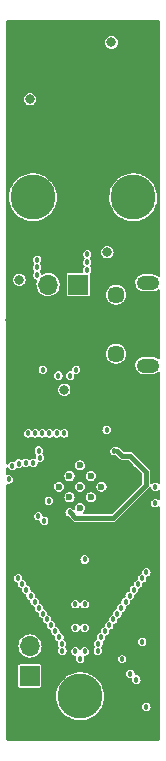
<source format=gbr>
%TF.GenerationSoftware,KiCad,Pcbnew,(6.0.7)*%
%TF.CreationDate,2022-08-25T19:07:38-04:00*%
%TF.ProjectId,msbaker,6d736261-6b65-4722-9e6b-696361645f70,3*%
%TF.SameCoordinates,Original*%
%TF.FileFunction,Copper,L3,Inr*%
%TF.FilePolarity,Positive*%
%FSLAX46Y46*%
G04 Gerber Fmt 4.6, Leading zero omitted, Abs format (unit mm)*
G04 Created by KiCad (PCBNEW (6.0.7)) date 2022-08-25 19:07:38*
%MOMM*%
%LPD*%
G01*
G04 APERTURE LIST*
%TA.AperFunction,ComponentPad*%
%ADD10O,1.900000X1.200000*%
%TD*%
%TA.AperFunction,ComponentPad*%
%ADD11C,1.450000*%
%TD*%
%TA.AperFunction,ComponentPad*%
%ADD12C,3.800000*%
%TD*%
%TA.AperFunction,ComponentPad*%
%ADD13C,0.600000*%
%TD*%
%TA.AperFunction,ComponentPad*%
%ADD14R,1.700000X1.700000*%
%TD*%
%TA.AperFunction,ComponentPad*%
%ADD15O,1.700000X1.700000*%
%TD*%
%TA.AperFunction,ViaPad*%
%ADD16C,0.800000*%
%TD*%
%TA.AperFunction,ViaPad*%
%ADD17C,0.457000*%
%TD*%
%TA.AperFunction,Conductor*%
%ADD18C,0.400000*%
%TD*%
G04 APERTURE END LIST*
D10*
%TO.N,GND*%
%TO.C,J1*%
X190000000Y-90250000D03*
X190000000Y-97250000D03*
D11*
X187300000Y-91250000D03*
X187300000Y-96250000D03*
%TD*%
D12*
%TO.N,N/C*%
%TO.C,M2*%
X188750000Y-83000000D03*
%TD*%
%TO.N,N/C*%
%TO.C,M2*%
X180250000Y-83000000D03*
%TD*%
%TO.N,N/C*%
%TO.C,M2*%
X184250000Y-125250000D03*
%TD*%
D13*
%TO.N,GND*%
%TO.C,U3*%
X184250000Y-107500000D03*
X182446878Y-107500000D03*
X183348439Y-108401561D03*
X184250000Y-109303122D03*
X185151561Y-106598439D03*
X185151561Y-108401561D03*
X184250000Y-105696878D03*
X183348439Y-106598439D03*
X186053122Y-107500000D03*
%TD*%
D14*
%TO.N,Net-(JP1-Pad1)*%
%TO.C,JP1*%
X184075000Y-90400000D03*
D15*
%TO.N,/QSPI_SS*%
X181535000Y-90400000D03*
%TD*%
D14*
%TO.N,GND*%
%TO.C,JP2*%
X180000000Y-123540000D03*
D15*
%TO.N,/RUN*%
X180000000Y-121000000D03*
%TD*%
D16*
%TO.N,GND*%
X179100000Y-90000000D03*
D17*
X184650000Y-119450000D03*
X184650000Y-117450000D03*
D16*
X186550000Y-87650000D03*
D17*
X188500000Y-123337500D03*
D16*
X182900000Y-99300000D03*
X180000000Y-74700000D03*
D17*
X189850000Y-126150000D03*
X184650000Y-121450000D03*
X183850000Y-117450000D03*
X183850000Y-119450000D03*
X189500000Y-120650000D03*
X184625000Y-113675000D03*
D16*
X186900000Y-69900000D03*
D17*
X181600000Y-108700000D03*
X186500000Y-102700000D03*
X190600000Y-107500000D03*
X189000000Y-123837500D03*
X183850000Y-121450000D03*
X178200000Y-106900000D03*
X190600000Y-108900000D03*
X184250000Y-122100000D03*
%TO.N,+3.3V*%
X182500000Y-109500000D03*
D16*
X178300000Y-93400000D03*
D17*
X186500000Y-105800000D03*
X184200000Y-103800000D03*
X189000000Y-107300000D03*
X188000000Y-124887500D03*
D16*
X184700000Y-69800000D03*
D17*
X188000000Y-107600000D03*
X181400000Y-106900000D03*
X188900000Y-106100000D03*
D16*
X188700000Y-85800000D03*
D17*
X190150000Y-124887500D03*
X183300000Y-114550000D03*
X185100000Y-109500000D03*
%TO.N,Net-(C4-Pad2)*%
X180700000Y-110000000D03*
%TO.N,Net-(C7-Pad1)*%
X187150000Y-104500000D03*
X189050000Y-105500000D03*
X183360589Y-109660589D03*
%TO.N,/SD_DAT2*%
X181050000Y-103000000D03*
X180600000Y-89600000D03*
%TO.N,/SD_DAT3*%
X180600000Y-88950000D03*
X180450000Y-103000000D03*
%TO.N,/SD_CMD*%
X179850000Y-103000000D03*
X180600000Y-88300000D03*
%TO.N,/SD_CLK*%
X184850000Y-87850000D03*
X182900000Y-103000000D03*
%TO.N,/SD_DAT0*%
X184850000Y-88500000D03*
X182250000Y-103000000D03*
%TO.N,/SD_DAT1*%
X181650000Y-103000000D03*
X184850000Y-89150000D03*
%TO.N,/GPIO29*%
X189850000Y-114750000D03*
%TO.N,/GPIO28*%
X189500000Y-115250000D03*
%TO.N,/GPIO12*%
X179000000Y-115250000D03*
%TO.N,/GPIO27*%
X189150000Y-115750000D03*
%TO.N,/GPIO13*%
X179350000Y-115750000D03*
%TO.N,/GPIO26*%
X188800000Y-116250000D03*
%TO.N,/GPIO14*%
X179700000Y-116250000D03*
%TO.N,/LED*%
X188450000Y-116750000D03*
%TO.N,/GPIO15*%
X180050000Y-116750000D03*
%TO.N,/GPIO24*%
X188100000Y-117250000D03*
%TO.N,/SWCLK*%
X180400000Y-117250000D03*
%TO.N,/GPIO23*%
X187750000Y-117750000D03*
%TO.N,/SWD*%
X180750000Y-117750000D03*
%TO.N,/GPIO22*%
X187400000Y-118250000D03*
%TO.N,/RUN*%
X181100000Y-118250000D03*
%TO.N,/GPIO21*%
X187050000Y-118750000D03*
%TO.N,/GPIO16*%
X181450000Y-118750000D03*
%TO.N,/GPIO20*%
X186700000Y-119250000D03*
%TO.N,/GPIO17*%
X181800000Y-119250000D03*
%TO.N,/GPIO19*%
X186350000Y-119750000D03*
%TO.N,/GPIO11*%
X182150000Y-119750000D03*
X178500000Y-105750000D03*
%TO.N,/GPIO18*%
X186000000Y-120250000D03*
%TO.N,/GPIO10*%
X179050000Y-105550000D03*
X182500000Y-120250000D03*
%TO.N,/I2C0_SDA*%
X185800000Y-120800000D03*
X187800000Y-122100000D03*
X180750000Y-104450000D03*
%TO.N,/GPIO9*%
X182700000Y-120800000D03*
X179650000Y-105500000D03*
%TO.N,/I2C0_SCL*%
X180850000Y-105050000D03*
X185750000Y-121400000D03*
%TO.N,/GPIO8*%
X180300000Y-105500000D03*
X182750000Y-121400000D03*
%TO.N,Net-(R4-Pad2)*%
X181200000Y-110400000D03*
%TO.N,/QSPI_SCLK*%
X182400000Y-98100000D03*
X183400000Y-98100000D03*
%TO.N,/QSPI_SD3*%
X181100000Y-97600000D03*
X183900000Y-97600000D03*
%TD*%
D18*
%TO.N,Net-(C7-Pad1)*%
X183850000Y-110150000D02*
X187050000Y-110150000D01*
X187800000Y-104900000D02*
X188500000Y-104900000D01*
X183360589Y-109660589D02*
X183850000Y-110150000D01*
X187400000Y-104500000D02*
X187800000Y-104900000D01*
X189850000Y-106250000D02*
X189150000Y-105550000D01*
X189850000Y-107350000D02*
X189850000Y-106250000D01*
X187050000Y-110150000D02*
X189850000Y-107350000D01*
X188500000Y-104900000D02*
X189150000Y-105550000D01*
%TD*%
%TA.AperFunction,Conductor*%
%TO.N,+3.3V*%
G36*
X190959191Y-68018907D02*
G01*
X190995155Y-68068407D01*
X191000000Y-68099000D01*
X191000000Y-89633579D01*
X190981093Y-89691770D01*
X190931593Y-89727734D01*
X190870407Y-89727734D01*
X190836902Y-89709027D01*
X190835561Y-89707887D01*
X190756397Y-89640633D01*
X190676823Y-89600000D01*
X190610437Y-89566101D01*
X190610434Y-89566100D01*
X190605313Y-89563485D01*
X190533491Y-89545910D01*
X190444812Y-89524210D01*
X190444809Y-89524209D01*
X190440532Y-89523163D01*
X190436133Y-89522890D01*
X190436132Y-89522890D01*
X190431362Y-89522594D01*
X190431357Y-89522594D01*
X190429844Y-89522500D01*
X189607517Y-89522500D01*
X189481499Y-89537192D01*
X189476093Y-89539154D01*
X189476090Y-89539155D01*
X189368786Y-89578105D01*
X189322038Y-89595074D01*
X189317228Y-89598227D01*
X189317225Y-89598229D01*
X189252549Y-89640633D01*
X189180168Y-89688088D01*
X189176219Y-89692257D01*
X189176215Y-89692260D01*
X189071559Y-89802738D01*
X189063502Y-89811243D01*
X189060615Y-89816213D01*
X189060613Y-89816216D01*
X189030113Y-89868726D01*
X188978297Y-89957935D01*
X188929123Y-90120294D01*
X188918619Y-90289610D01*
X188947348Y-90456802D01*
X189013768Y-90612900D01*
X189069593Y-90688757D01*
X189108994Y-90742297D01*
X189114318Y-90749532D01*
X189118700Y-90753254D01*
X189118702Y-90753257D01*
X189239217Y-90855641D01*
X189243603Y-90859367D01*
X189264785Y-90870183D01*
X189389563Y-90933899D01*
X189389566Y-90933900D01*
X189394687Y-90936515D01*
X189400272Y-90937882D01*
X189400273Y-90937882D01*
X189555188Y-90975790D01*
X189555191Y-90975791D01*
X189559468Y-90976837D01*
X189563867Y-90977110D01*
X189563868Y-90977110D01*
X189568638Y-90977406D01*
X189568643Y-90977406D01*
X189570156Y-90977500D01*
X190392483Y-90977500D01*
X190518501Y-90962808D01*
X190523907Y-90960846D01*
X190523910Y-90960845D01*
X190672554Y-90906889D01*
X190677962Y-90904926D01*
X190682772Y-90901773D01*
X190682775Y-90901771D01*
X190815024Y-90815064D01*
X190819832Y-90811912D01*
X190829129Y-90802098D01*
X190882874Y-90772856D01*
X190943543Y-90780790D01*
X190987962Y-90822869D01*
X191000000Y-90870183D01*
X191000000Y-96633579D01*
X190981093Y-96691770D01*
X190931593Y-96727734D01*
X190870407Y-96727734D01*
X190836902Y-96709027D01*
X190816590Y-96691770D01*
X190756397Y-96640633D01*
X190674185Y-96598653D01*
X190610437Y-96566101D01*
X190610434Y-96566100D01*
X190605313Y-96563485D01*
X190599727Y-96562118D01*
X190444812Y-96524210D01*
X190444809Y-96524209D01*
X190440532Y-96523163D01*
X190436133Y-96522890D01*
X190436132Y-96522890D01*
X190431362Y-96522594D01*
X190431357Y-96522594D01*
X190429844Y-96522500D01*
X189607517Y-96522500D01*
X189481499Y-96537192D01*
X189476093Y-96539154D01*
X189476090Y-96539155D01*
X189336298Y-96589898D01*
X189322038Y-96595074D01*
X189317228Y-96598227D01*
X189317225Y-96598229D01*
X189252549Y-96640633D01*
X189180168Y-96688088D01*
X189176219Y-96692257D01*
X189176215Y-96692260D01*
X189114221Y-96757703D01*
X189063502Y-96811243D01*
X189060615Y-96816213D01*
X189060613Y-96816216D01*
X188981186Y-96952961D01*
X188978297Y-96957935D01*
X188929123Y-97120294D01*
X188918619Y-97289610D01*
X188947348Y-97456802D01*
X189013768Y-97612900D01*
X189114318Y-97749532D01*
X189118700Y-97753254D01*
X189118702Y-97753257D01*
X189239217Y-97855641D01*
X189243603Y-97859367D01*
X189299951Y-97888140D01*
X189389563Y-97933899D01*
X189389566Y-97933900D01*
X189394687Y-97936515D01*
X189400272Y-97937882D01*
X189400273Y-97937882D01*
X189555188Y-97975790D01*
X189555191Y-97975791D01*
X189559468Y-97976837D01*
X189563867Y-97977110D01*
X189563868Y-97977110D01*
X189568638Y-97977406D01*
X189568643Y-97977406D01*
X189570156Y-97977500D01*
X190392483Y-97977500D01*
X190518501Y-97962808D01*
X190523907Y-97960846D01*
X190523910Y-97960845D01*
X190672554Y-97906889D01*
X190677962Y-97904926D01*
X190682772Y-97901773D01*
X190682775Y-97901771D01*
X190815024Y-97815064D01*
X190819832Y-97811912D01*
X190829129Y-97802098D01*
X190882874Y-97772856D01*
X190943543Y-97780790D01*
X190987962Y-97822869D01*
X191000000Y-97870183D01*
X191000000Y-107157532D01*
X190981093Y-107215723D01*
X190931593Y-107251687D01*
X190870407Y-107251687D01*
X190830996Y-107227536D01*
X190811860Y-107208400D01*
X190804923Y-107204865D01*
X190804921Y-107204864D01*
X190718321Y-107160739D01*
X190718320Y-107160739D01*
X190711381Y-107157203D01*
X190703687Y-107155984D01*
X190703686Y-107155984D01*
X190607696Y-107140781D01*
X190600000Y-107139562D01*
X190592304Y-107140781D01*
X190496314Y-107155984D01*
X190496313Y-107155984D01*
X190488619Y-107157203D01*
X190481680Y-107160739D01*
X190481679Y-107160739D01*
X190395079Y-107204864D01*
X190395077Y-107204865D01*
X190388140Y-107208400D01*
X190346504Y-107250036D01*
X190291987Y-107277813D01*
X190231555Y-107268242D01*
X190188290Y-107224977D01*
X190177500Y-107180032D01*
X190177500Y-106268608D01*
X190177877Y-106259980D01*
X190180531Y-106229643D01*
X190181286Y-106221015D01*
X190177363Y-106206374D01*
X190171162Y-106183233D01*
X190169292Y-106174799D01*
X190164001Y-106144791D01*
X190162497Y-106136261D01*
X190158167Y-106128760D01*
X190156141Y-106123194D01*
X190153636Y-106117822D01*
X190151394Y-106109457D01*
X190128958Y-106077415D01*
X190124318Y-106070131D01*
X190109082Y-106043742D01*
X190109080Y-106043739D01*
X190104750Y-106036240D01*
X190074775Y-106011088D01*
X190068420Y-106005265D01*
X189401840Y-105338686D01*
X189401838Y-105338683D01*
X188744746Y-104681592D01*
X188738911Y-104675224D01*
X188719325Y-104651882D01*
X188713760Y-104645250D01*
X188706263Y-104640922D01*
X188706261Y-104640920D01*
X188679874Y-104625686D01*
X188672587Y-104621044D01*
X188647639Y-104603574D01*
X188647636Y-104603572D01*
X188640543Y-104598606D01*
X188632177Y-104596364D01*
X188626798Y-104593856D01*
X188621237Y-104591832D01*
X188613739Y-104587503D01*
X188605212Y-104585999D01*
X188605211Y-104585999D01*
X188575210Y-104580709D01*
X188566781Y-104578841D01*
X188528984Y-104568713D01*
X188490012Y-104572123D01*
X188481383Y-104572500D01*
X187976662Y-104572500D01*
X187918471Y-104553593D01*
X187906659Y-104543504D01*
X187614378Y-104251224D01*
X187611317Y-104248163D01*
X187540543Y-104198606D01*
X187532174Y-104196363D01*
X187532173Y-104196363D01*
X187437351Y-104170955D01*
X187428984Y-104168713D01*
X187420355Y-104169468D01*
X187333504Y-104177067D01*
X187279931Y-104166654D01*
X187268324Y-104160740D01*
X187268320Y-104160739D01*
X187261381Y-104157203D01*
X187253687Y-104155984D01*
X187253686Y-104155984D01*
X187157696Y-104140781D01*
X187150000Y-104139562D01*
X187142304Y-104140781D01*
X187046314Y-104155984D01*
X187046313Y-104155984D01*
X187038619Y-104157203D01*
X187031680Y-104160739D01*
X187031679Y-104160739D01*
X186945079Y-104204864D01*
X186945077Y-104204865D01*
X186938140Y-104208400D01*
X186858400Y-104288140D01*
X186854865Y-104295077D01*
X186854864Y-104295079D01*
X186810739Y-104381679D01*
X186807203Y-104388619D01*
X186789562Y-104500000D01*
X186790781Y-104507696D01*
X186805180Y-104598606D01*
X186807203Y-104611381D01*
X186810739Y-104618320D01*
X186810739Y-104618321D01*
X186842978Y-104681592D01*
X186858400Y-104711860D01*
X186938140Y-104791600D01*
X186945077Y-104795135D01*
X186945079Y-104795136D01*
X187029479Y-104838140D01*
X187038619Y-104842797D01*
X187046313Y-104844016D01*
X187046314Y-104844016D01*
X187094805Y-104851696D01*
X187133105Y-104857762D01*
X187142304Y-104859219D01*
X187150000Y-104860438D01*
X187227324Y-104848191D01*
X187287756Y-104857762D01*
X187312811Y-104875965D01*
X187555282Y-105118437D01*
X187561071Y-105124755D01*
X187586240Y-105154750D01*
X187593739Y-105159080D01*
X187593742Y-105159082D01*
X187620131Y-105174318D01*
X187627415Y-105178958D01*
X187659457Y-105201394D01*
X187667822Y-105203636D01*
X187673194Y-105206141D01*
X187678760Y-105208167D01*
X187686261Y-105212497D01*
X187694791Y-105214001D01*
X187724799Y-105219292D01*
X187733233Y-105221162D01*
X187756886Y-105227500D01*
X187771015Y-105231286D01*
X187809980Y-105227877D01*
X187818608Y-105227500D01*
X188323338Y-105227500D01*
X188381529Y-105246407D01*
X188393342Y-105256496D01*
X188676738Y-105539892D01*
X188704515Y-105594409D01*
X188707203Y-105611381D01*
X188713119Y-105622992D01*
X188752716Y-105700704D01*
X188758400Y-105711860D01*
X188838140Y-105791600D01*
X188845077Y-105795135D01*
X188845079Y-105795136D01*
X188866464Y-105806032D01*
X188938619Y-105842797D01*
X188955580Y-105845483D01*
X188955591Y-105845485D01*
X189010108Y-105873263D01*
X189493504Y-106356660D01*
X189521281Y-106411176D01*
X189522500Y-106426663D01*
X189522500Y-107173337D01*
X189503593Y-107231528D01*
X189493504Y-107243341D01*
X186943342Y-109793504D01*
X186888825Y-109821281D01*
X186873338Y-109822500D01*
X184571638Y-109822500D01*
X184513447Y-109803593D01*
X184477483Y-109754093D01*
X184477483Y-109692907D01*
X184513447Y-109643407D01*
X184519837Y-109639134D01*
X184519868Y-109639115D01*
X184525881Y-109635423D01*
X184608058Y-109544635D01*
X184661451Y-109434433D01*
X184674208Y-109358608D01*
X184681133Y-109317444D01*
X184681133Y-109317441D01*
X184681767Y-109313674D01*
X184681896Y-109303122D01*
X184664536Y-109181903D01*
X184635193Y-109117366D01*
X184616773Y-109076853D01*
X184616772Y-109076852D01*
X184613852Y-109070429D01*
X184533918Y-108977661D01*
X184431160Y-108911057D01*
X184313838Y-108875970D01*
X184241469Y-108875528D01*
X184198436Y-108875265D01*
X184191385Y-108875222D01*
X184184608Y-108877159D01*
X184184607Y-108877159D01*
X184080424Y-108906935D01*
X184080423Y-108906936D01*
X184073644Y-108908873D01*
X184067680Y-108912636D01*
X183976048Y-108970451D01*
X183976046Y-108970453D01*
X183970080Y-108974217D01*
X183889018Y-109066001D01*
X183836976Y-109176848D01*
X183818136Y-109297846D01*
X183819051Y-109304843D01*
X183819051Y-109304845D01*
X183828499Y-109377096D01*
X183817297Y-109437247D01*
X183772878Y-109479325D01*
X183712209Y-109487258D01*
X183658464Y-109458016D01*
X183654476Y-109453217D01*
X183652189Y-109448729D01*
X183572449Y-109368989D01*
X183565512Y-109365454D01*
X183565510Y-109365453D01*
X183478910Y-109321328D01*
X183478909Y-109321328D01*
X183471970Y-109317792D01*
X183464276Y-109316573D01*
X183464275Y-109316573D01*
X183368285Y-109301370D01*
X183360589Y-109300151D01*
X183352893Y-109301370D01*
X183256903Y-109316573D01*
X183256902Y-109316573D01*
X183249208Y-109317792D01*
X183242269Y-109321328D01*
X183242268Y-109321328D01*
X183155668Y-109365453D01*
X183155666Y-109365454D01*
X183148729Y-109368989D01*
X183068989Y-109448729D01*
X183017792Y-109549208D01*
X183000151Y-109660589D01*
X183001370Y-109668285D01*
X183014961Y-109754093D01*
X183017792Y-109771970D01*
X183021328Y-109778909D01*
X183021328Y-109778910D01*
X183043539Y-109822500D01*
X183068989Y-109872449D01*
X183148729Y-109952189D01*
X183155669Y-109955725D01*
X183155673Y-109955728D01*
X183216937Y-109986944D01*
X183241996Y-110005150D01*
X183605260Y-110368415D01*
X183611082Y-110374768D01*
X183636240Y-110404750D01*
X183643740Y-110409080D01*
X183643744Y-110409083D01*
X183670121Y-110424312D01*
X183677405Y-110428952D01*
X183702358Y-110446425D01*
X183702361Y-110446426D01*
X183709457Y-110451395D01*
X183717828Y-110453638D01*
X183723197Y-110456141D01*
X183728760Y-110458166D01*
X183736261Y-110462497D01*
X183759419Y-110466581D01*
X183774790Y-110469291D01*
X183783222Y-110471160D01*
X183821016Y-110481287D01*
X183859989Y-110477877D01*
X183868617Y-110477500D01*
X187031383Y-110477500D01*
X187040011Y-110477877D01*
X187078984Y-110481287D01*
X187116781Y-110471159D01*
X187125210Y-110469291D01*
X187155211Y-110464001D01*
X187155212Y-110464001D01*
X187163739Y-110462497D01*
X187171237Y-110458168D01*
X187176798Y-110456144D01*
X187182177Y-110453636D01*
X187190543Y-110451394D01*
X187197636Y-110446428D01*
X187197639Y-110446426D01*
X187222587Y-110428956D01*
X187229874Y-110424314D01*
X187256261Y-110409080D01*
X187256263Y-110409078D01*
X187263760Y-110404750D01*
X187288911Y-110374776D01*
X187294746Y-110368408D01*
X190068414Y-107594741D01*
X190074783Y-107588906D01*
X190100958Y-107566943D01*
X190157688Y-107544023D01*
X190217056Y-107558826D01*
X190256284Y-107605576D01*
X190257203Y-107611381D01*
X190308400Y-107711860D01*
X190388140Y-107791600D01*
X190395077Y-107795135D01*
X190395079Y-107795136D01*
X190481679Y-107839261D01*
X190488619Y-107842797D01*
X190496313Y-107844016D01*
X190496314Y-107844016D01*
X190592304Y-107859219D01*
X190600000Y-107860438D01*
X190607696Y-107859219D01*
X190703686Y-107844016D01*
X190703687Y-107844016D01*
X190711381Y-107842797D01*
X190718321Y-107839261D01*
X190804921Y-107795136D01*
X190804923Y-107795135D01*
X190811860Y-107791600D01*
X190830996Y-107772464D01*
X190885513Y-107744687D01*
X190945945Y-107754258D01*
X190989210Y-107797523D01*
X191000000Y-107842468D01*
X191000000Y-108557532D01*
X190981093Y-108615723D01*
X190931593Y-108651687D01*
X190870407Y-108651687D01*
X190830996Y-108627536D01*
X190811860Y-108608400D01*
X190804923Y-108604865D01*
X190804921Y-108604864D01*
X190718321Y-108560739D01*
X190718320Y-108560739D01*
X190711381Y-108557203D01*
X190703687Y-108555984D01*
X190703686Y-108555984D01*
X190607696Y-108540781D01*
X190600000Y-108539562D01*
X190592304Y-108540781D01*
X190496314Y-108555984D01*
X190496313Y-108555984D01*
X190488619Y-108557203D01*
X190481680Y-108560739D01*
X190481679Y-108560739D01*
X190395079Y-108604864D01*
X190395077Y-108604865D01*
X190388140Y-108608400D01*
X190308400Y-108688140D01*
X190304865Y-108695077D01*
X190304864Y-108695079D01*
X190285103Y-108733862D01*
X190257203Y-108788619D01*
X190255984Y-108796313D01*
X190255984Y-108796314D01*
X190253598Y-108811381D01*
X190239562Y-108900000D01*
X190257203Y-109011381D01*
X190260739Y-109018320D01*
X190260739Y-109018321D01*
X190287290Y-109070429D01*
X190308400Y-109111860D01*
X190388140Y-109191600D01*
X190395077Y-109195135D01*
X190395079Y-109195136D01*
X190399764Y-109197523D01*
X190488619Y-109242797D01*
X190496313Y-109244016D01*
X190496314Y-109244016D01*
X190592304Y-109259219D01*
X190600000Y-109260438D01*
X190607696Y-109259219D01*
X190703686Y-109244016D01*
X190703687Y-109244016D01*
X190711381Y-109242797D01*
X190800236Y-109197523D01*
X190804921Y-109195136D01*
X190804923Y-109195135D01*
X190811860Y-109191600D01*
X190830996Y-109172464D01*
X190885513Y-109144687D01*
X190945945Y-109154258D01*
X190989210Y-109197523D01*
X191000000Y-109242468D01*
X191000000Y-128901000D01*
X190981093Y-128959191D01*
X190931593Y-128995155D01*
X190901000Y-129000000D01*
X178099000Y-129000000D01*
X178040809Y-128981093D01*
X178004845Y-128931593D01*
X178000000Y-128901000D01*
X178000000Y-125228719D01*
X182217873Y-125228719D01*
X182218067Y-125232084D01*
X182218067Y-125232088D01*
X182219100Y-125250000D01*
X182233787Y-125504707D01*
X182287009Y-125775982D01*
X182376555Y-126037524D01*
X182378066Y-126040529D01*
X182378068Y-126040533D01*
X182433124Y-126150000D01*
X182500767Y-126284493D01*
X182657348Y-126512320D01*
X182843400Y-126716789D01*
X183055480Y-126894115D01*
X183289664Y-127041018D01*
X183292732Y-127042403D01*
X183292739Y-127042407D01*
X183456332Y-127116272D01*
X183541619Y-127154780D01*
X183544841Y-127155734D01*
X183544848Y-127155737D01*
X183755952Y-127218268D01*
X183806681Y-127233295D01*
X183810006Y-127233804D01*
X183810007Y-127233804D01*
X184076613Y-127274601D01*
X184076616Y-127274601D01*
X184079947Y-127275111D01*
X184083319Y-127275164D01*
X184128016Y-127275866D01*
X184356359Y-127279453D01*
X184359695Y-127279049D01*
X184359700Y-127279049D01*
X184627459Y-127246646D01*
X184627464Y-127246645D01*
X184630803Y-127246241D01*
X184898201Y-127176091D01*
X185062334Y-127108105D01*
X185150496Y-127071587D01*
X185150499Y-127071586D01*
X185153605Y-127070299D01*
X185203714Y-127041018D01*
X185389372Y-126932529D01*
X185389378Y-126932525D01*
X185392287Y-126930825D01*
X185609833Y-126760247D01*
X185802215Y-126561724D01*
X185836673Y-126514816D01*
X185944985Y-126367366D01*
X185965875Y-126338928D01*
X186004212Y-126268321D01*
X186068455Y-126150000D01*
X189489562Y-126150000D01*
X189507203Y-126261381D01*
X189510739Y-126268320D01*
X189510739Y-126268321D01*
X189545208Y-126335969D01*
X189558400Y-126361860D01*
X189638140Y-126441600D01*
X189645077Y-126445135D01*
X189645079Y-126445136D01*
X189731679Y-126489261D01*
X189738619Y-126492797D01*
X189746313Y-126494016D01*
X189746314Y-126494016D01*
X189842304Y-126509219D01*
X189850000Y-126510438D01*
X189857696Y-126509219D01*
X189953686Y-126494016D01*
X189953687Y-126494016D01*
X189961381Y-126492797D01*
X189968321Y-126489261D01*
X190054921Y-126445136D01*
X190054923Y-126445135D01*
X190061860Y-126441600D01*
X190141600Y-126361860D01*
X190154793Y-126335969D01*
X190189261Y-126268321D01*
X190189261Y-126268320D01*
X190192797Y-126261381D01*
X190210438Y-126150000D01*
X190192797Y-126038619D01*
X190141600Y-125938140D01*
X190061860Y-125858400D01*
X190054923Y-125854865D01*
X190054921Y-125854864D01*
X189968321Y-125810739D01*
X189968320Y-125810739D01*
X189961381Y-125807203D01*
X189953687Y-125805984D01*
X189953686Y-125805984D01*
X189857696Y-125790781D01*
X189850000Y-125789562D01*
X189842304Y-125790781D01*
X189746314Y-125805984D01*
X189746313Y-125805984D01*
X189738619Y-125807203D01*
X189731680Y-125810739D01*
X189731679Y-125810739D01*
X189645079Y-125854864D01*
X189645077Y-125854865D01*
X189638140Y-125858400D01*
X189558400Y-125938140D01*
X189507203Y-126038619D01*
X189489562Y-126150000D01*
X186068455Y-126150000D01*
X186096175Y-126098945D01*
X186097784Y-126095982D01*
X186154805Y-125945079D01*
X186194311Y-125840531D01*
X186194312Y-125840527D01*
X186195501Y-125837381D01*
X186221420Y-125724214D01*
X186256465Y-125571202D01*
X186256466Y-125571195D01*
X186257218Y-125567912D01*
X186281792Y-125292560D01*
X186282238Y-125250000D01*
X186263435Y-124974194D01*
X186207376Y-124703491D01*
X186115096Y-124442901D01*
X186094274Y-124402558D01*
X185989854Y-124200250D01*
X185988304Y-124197246D01*
X185977648Y-124182083D01*
X185831285Y-123973830D01*
X185829346Y-123971071D01*
X185816587Y-123957340D01*
X185705224Y-123837500D01*
X185641163Y-123768562D01*
X185427237Y-123593466D01*
X185191528Y-123449023D01*
X185169294Y-123439263D01*
X184941479Y-123339259D01*
X184941475Y-123339257D01*
X184938396Y-123337906D01*
X184936971Y-123337500D01*
X188139562Y-123337500D01*
X188140781Y-123345196D01*
X188155680Y-123439263D01*
X188157203Y-123448881D01*
X188160739Y-123455820D01*
X188160739Y-123455821D01*
X188204806Y-123542306D01*
X188208400Y-123549360D01*
X188288140Y-123629100D01*
X188295077Y-123632635D01*
X188295079Y-123632636D01*
X188381679Y-123676761D01*
X188388619Y-123680297D01*
X188396313Y-123681516D01*
X188396314Y-123681516D01*
X188492304Y-123696719D01*
X188500000Y-123697938D01*
X188507696Y-123696719D01*
X188507698Y-123696719D01*
X188531243Y-123692990D01*
X188591675Y-123702562D01*
X188634939Y-123745827D01*
X188644510Y-123806257D01*
X188639562Y-123837500D01*
X188657203Y-123948881D01*
X188708400Y-124049360D01*
X188788140Y-124129100D01*
X188795077Y-124132635D01*
X188795079Y-124132636D01*
X188880888Y-124176358D01*
X188888619Y-124180297D01*
X188896313Y-124181516D01*
X188896314Y-124181516D01*
X188969032Y-124193033D01*
X188978174Y-124194481D01*
X188992304Y-124196719D01*
X189000000Y-124197938D01*
X189007696Y-124196719D01*
X189021827Y-124194481D01*
X189030968Y-124193033D01*
X189103686Y-124181516D01*
X189103687Y-124181516D01*
X189111381Y-124180297D01*
X189119112Y-124176358D01*
X189204921Y-124132636D01*
X189204923Y-124132635D01*
X189211860Y-124129100D01*
X189291600Y-124049360D01*
X189342797Y-123948881D01*
X189360438Y-123837500D01*
X189349181Y-123766428D01*
X189344016Y-123733814D01*
X189344016Y-123733813D01*
X189342797Y-123726119D01*
X189325917Y-123692990D01*
X189295136Y-123632579D01*
X189295135Y-123632577D01*
X189291600Y-123625640D01*
X189211860Y-123545900D01*
X189204923Y-123542365D01*
X189204921Y-123542364D01*
X189118321Y-123498239D01*
X189118320Y-123498239D01*
X189111381Y-123494703D01*
X189103687Y-123493484D01*
X189103686Y-123493484D01*
X189007696Y-123478281D01*
X189000000Y-123477062D01*
X188992304Y-123478281D01*
X188992302Y-123478281D01*
X188968757Y-123482010D01*
X188908325Y-123472438D01*
X188865061Y-123429173D01*
X188855490Y-123368743D01*
X188859219Y-123345198D01*
X188859219Y-123345196D01*
X188860438Y-123337500D01*
X188842797Y-123226119D01*
X188791600Y-123125640D01*
X188711860Y-123045900D01*
X188704923Y-123042365D01*
X188704921Y-123042364D01*
X188618321Y-122998239D01*
X188618320Y-122998239D01*
X188611381Y-122994703D01*
X188603687Y-122993484D01*
X188603686Y-122993484D01*
X188507696Y-122978281D01*
X188500000Y-122977062D01*
X188492304Y-122978281D01*
X188396314Y-122993484D01*
X188396313Y-122993484D01*
X188388619Y-122994703D01*
X188381680Y-122998239D01*
X188381679Y-122998239D01*
X188295079Y-123042364D01*
X188295077Y-123042365D01*
X188288140Y-123045900D01*
X188208400Y-123125640D01*
X188157203Y-123226119D01*
X188139562Y-123337500D01*
X184936971Y-123337500D01*
X184889030Y-123323844D01*
X184675778Y-123263097D01*
X184675773Y-123263096D01*
X184672526Y-123262171D01*
X184398837Y-123223220D01*
X184395471Y-123223202D01*
X184395466Y-123223202D01*
X184271067Y-123222551D01*
X184122395Y-123221772D01*
X183848313Y-123257856D01*
X183845056Y-123258747D01*
X183845051Y-123258748D01*
X183584921Y-123329911D01*
X183584917Y-123329912D01*
X183581665Y-123330802D01*
X183578561Y-123332126D01*
X183330474Y-123437944D01*
X183330467Y-123437947D01*
X183327383Y-123439263D01*
X183271951Y-123472438D01*
X183093069Y-123579496D01*
X183093065Y-123579499D01*
X183090174Y-123581229D01*
X183030422Y-123629100D01*
X182877060Y-123751966D01*
X182877055Y-123751970D01*
X182874427Y-123754076D01*
X182684134Y-123954603D01*
X182682169Y-123957338D01*
X182682167Y-123957340D01*
X182558745Y-124129100D01*
X182522816Y-124179100D01*
X182393458Y-124423414D01*
X182392298Y-124426583D01*
X182392297Y-124426586D01*
X182387422Y-124439907D01*
X182298455Y-124683024D01*
X182239563Y-124953125D01*
X182217873Y-125228719D01*
X178000000Y-125228719D01*
X178000000Y-124402558D01*
X179022500Y-124402558D01*
X179023447Y-124407317D01*
X179023447Y-124407320D01*
X179026649Y-124423414D01*
X179029898Y-124439748D01*
X179058078Y-124481922D01*
X179100252Y-124510102D01*
X179109813Y-124512004D01*
X179132680Y-124516553D01*
X179132683Y-124516553D01*
X179137442Y-124517500D01*
X180862558Y-124517500D01*
X180867317Y-124516553D01*
X180867320Y-124516553D01*
X180890187Y-124512004D01*
X180899748Y-124510102D01*
X180941922Y-124481922D01*
X180970102Y-124439748D01*
X180973351Y-124423414D01*
X180976553Y-124407320D01*
X180976553Y-124407317D01*
X180977500Y-124402558D01*
X180977500Y-122677442D01*
X180970102Y-122640252D01*
X180941922Y-122598078D01*
X180899748Y-122569898D01*
X180890187Y-122567996D01*
X180867320Y-122563447D01*
X180867317Y-122563447D01*
X180862558Y-122562500D01*
X179137442Y-122562500D01*
X179132683Y-122563447D01*
X179132680Y-122563447D01*
X179109813Y-122567996D01*
X179100252Y-122569898D01*
X179058078Y-122598078D01*
X179029898Y-122640252D01*
X179022500Y-122677442D01*
X179022500Y-124402558D01*
X178000000Y-124402558D01*
X178000000Y-120986286D01*
X179017866Y-120986286D01*
X179019431Y-121004920D01*
X179033380Y-121171032D01*
X179033907Y-121177311D01*
X179086746Y-121361583D01*
X179103879Y-121394920D01*
X179167298Y-121518321D01*
X179174370Y-121532082D01*
X179293443Y-121682314D01*
X179297123Y-121685446D01*
X179297125Y-121685448D01*
X179380005Y-121755984D01*
X179439428Y-121806557D01*
X179443651Y-121808917D01*
X179443655Y-121808920D01*
X179552628Y-121869822D01*
X179606765Y-121900079D01*
X179611363Y-121901573D01*
X179784476Y-121957821D01*
X179784478Y-121957822D01*
X179789081Y-121959317D01*
X179979430Y-121982015D01*
X179984252Y-121981644D01*
X179984255Y-121981644D01*
X180165734Y-121967680D01*
X180165739Y-121967679D01*
X180170562Y-121967308D01*
X180355199Y-121915756D01*
X180383277Y-121901573D01*
X180521984Y-121831507D01*
X180521986Y-121831506D01*
X180526305Y-121829324D01*
X180550478Y-121810438D01*
X180673550Y-121714284D01*
X180673552Y-121714282D01*
X180677365Y-121711303D01*
X180680521Y-121707647D01*
X180680526Y-121707642D01*
X180769191Y-121604921D01*
X180802624Y-121566189D01*
X180897312Y-121399509D01*
X180908495Y-121365894D01*
X180956294Y-121222203D01*
X180956294Y-121222201D01*
X180957821Y-121217612D01*
X180960668Y-121195080D01*
X180975974Y-121073916D01*
X180981847Y-121027425D01*
X180982230Y-121000000D01*
X180974637Y-120922555D01*
X180963997Y-120814036D01*
X180963996Y-120814031D01*
X180963524Y-120809217D01*
X180942539Y-120739711D01*
X180909516Y-120630333D01*
X180909514Y-120630328D01*
X180908117Y-120625701D01*
X180828995Y-120476895D01*
X180820393Y-120460716D01*
X180820391Y-120460713D01*
X180818120Y-120456442D01*
X180814369Y-120451842D01*
X180700023Y-120311640D01*
X180700022Y-120311639D01*
X180696962Y-120307887D01*
X180549256Y-120185694D01*
X180380629Y-120094518D01*
X180322409Y-120076496D01*
X180202126Y-120039262D01*
X180202122Y-120039261D01*
X180197505Y-120037832D01*
X180192697Y-120037327D01*
X180192694Y-120037326D01*
X180011673Y-120018300D01*
X180011671Y-120018300D01*
X180006857Y-120017794D01*
X179943540Y-120023556D01*
X179820768Y-120034729D01*
X179820765Y-120034730D01*
X179815948Y-120035168D01*
X179811306Y-120036534D01*
X179811302Y-120036535D01*
X179636697Y-120087924D01*
X179636694Y-120087925D01*
X179632050Y-120089292D01*
X179462167Y-120178105D01*
X179458398Y-120181135D01*
X179458397Y-120181136D01*
X179316543Y-120295189D01*
X179316541Y-120295191D01*
X179312770Y-120298223D01*
X179309656Y-120301934D01*
X179309655Y-120301935D01*
X179192666Y-120441357D01*
X179189549Y-120445072D01*
X179097198Y-120613058D01*
X179095735Y-120617671D01*
X179095733Y-120617675D01*
X179052588Y-120753686D01*
X179039234Y-120795783D01*
X179038694Y-120800595D01*
X179038694Y-120800596D01*
X179022482Y-120945136D01*
X179017866Y-120986286D01*
X178000000Y-120986286D01*
X178000000Y-115250000D01*
X178639562Y-115250000D01*
X178657203Y-115361381D01*
X178660739Y-115368320D01*
X178660739Y-115368321D01*
X178680551Y-115407203D01*
X178708400Y-115461860D01*
X178788140Y-115541600D01*
X178795077Y-115545135D01*
X178795079Y-115545136D01*
X178881679Y-115589261D01*
X178888619Y-115592797D01*
X178911474Y-115596417D01*
X178913602Y-115596754D01*
X178968118Y-115624533D01*
X178995894Y-115679050D01*
X178995894Y-115710021D01*
X178989562Y-115750000D01*
X179007203Y-115861381D01*
X179010739Y-115868320D01*
X179010739Y-115868321D01*
X179030551Y-115907203D01*
X179058400Y-115961860D01*
X179138140Y-116041600D01*
X179145077Y-116045135D01*
X179145079Y-116045136D01*
X179231679Y-116089261D01*
X179238619Y-116092797D01*
X179261474Y-116096417D01*
X179263602Y-116096754D01*
X179318118Y-116124533D01*
X179345894Y-116179050D01*
X179345894Y-116210021D01*
X179339562Y-116250000D01*
X179357203Y-116361381D01*
X179360739Y-116368320D01*
X179360739Y-116368321D01*
X179380551Y-116407203D01*
X179408400Y-116461860D01*
X179488140Y-116541600D01*
X179495077Y-116545135D01*
X179495079Y-116545136D01*
X179581679Y-116589261D01*
X179588619Y-116592797D01*
X179611474Y-116596417D01*
X179613602Y-116596754D01*
X179668118Y-116624533D01*
X179695894Y-116679050D01*
X179695894Y-116710021D01*
X179689562Y-116750000D01*
X179707203Y-116861381D01*
X179710739Y-116868320D01*
X179710739Y-116868321D01*
X179730551Y-116907203D01*
X179758400Y-116961860D01*
X179838140Y-117041600D01*
X179845077Y-117045135D01*
X179845079Y-117045136D01*
X179931679Y-117089261D01*
X179938619Y-117092797D01*
X179961474Y-117096417D01*
X179963602Y-117096754D01*
X180018118Y-117124533D01*
X180045894Y-117179050D01*
X180045894Y-117210021D01*
X180039562Y-117250000D01*
X180040781Y-117257696D01*
X180054817Y-117346314D01*
X180057203Y-117361381D01*
X180060739Y-117368320D01*
X180060739Y-117368321D01*
X180098436Y-117442304D01*
X180108400Y-117461860D01*
X180188140Y-117541600D01*
X180195077Y-117545135D01*
X180195079Y-117545136D01*
X180242698Y-117569399D01*
X180288619Y-117592797D01*
X180311474Y-117596417D01*
X180313602Y-117596754D01*
X180368118Y-117624533D01*
X180395894Y-117679050D01*
X180395894Y-117710021D01*
X180389562Y-117750000D01*
X180407203Y-117861381D01*
X180410739Y-117868320D01*
X180410739Y-117868321D01*
X180430551Y-117907203D01*
X180458400Y-117961860D01*
X180538140Y-118041600D01*
X180545077Y-118045135D01*
X180545079Y-118045136D01*
X180631679Y-118089261D01*
X180638619Y-118092797D01*
X180661474Y-118096417D01*
X180663602Y-118096754D01*
X180718118Y-118124533D01*
X180745894Y-118179050D01*
X180745894Y-118210021D01*
X180739562Y-118250000D01*
X180757203Y-118361381D01*
X180760739Y-118368320D01*
X180760739Y-118368321D01*
X180780551Y-118407203D01*
X180808400Y-118461860D01*
X180888140Y-118541600D01*
X180895077Y-118545135D01*
X180895079Y-118545136D01*
X180981679Y-118589261D01*
X180988619Y-118592797D01*
X181011474Y-118596417D01*
X181013602Y-118596754D01*
X181068118Y-118624533D01*
X181095894Y-118679050D01*
X181095894Y-118710021D01*
X181089562Y-118750000D01*
X181107203Y-118861381D01*
X181110739Y-118868320D01*
X181110739Y-118868321D01*
X181130551Y-118907203D01*
X181158400Y-118961860D01*
X181238140Y-119041600D01*
X181245077Y-119045135D01*
X181245079Y-119045136D01*
X181331679Y-119089261D01*
X181338619Y-119092797D01*
X181361474Y-119096417D01*
X181363602Y-119096754D01*
X181418118Y-119124533D01*
X181445894Y-119179050D01*
X181445894Y-119210021D01*
X181439562Y-119250000D01*
X181440781Y-119257696D01*
X181454817Y-119346314D01*
X181457203Y-119361381D01*
X181460739Y-119368320D01*
X181460739Y-119368321D01*
X181498436Y-119442304D01*
X181508400Y-119461860D01*
X181588140Y-119541600D01*
X181595077Y-119545135D01*
X181595079Y-119545136D01*
X181642698Y-119569399D01*
X181688619Y-119592797D01*
X181711474Y-119596417D01*
X181713602Y-119596754D01*
X181768118Y-119624533D01*
X181795894Y-119679050D01*
X181795894Y-119710021D01*
X181789562Y-119750000D01*
X181807203Y-119861381D01*
X181810739Y-119868320D01*
X181810739Y-119868321D01*
X181830551Y-119907203D01*
X181858400Y-119961860D01*
X181938140Y-120041600D01*
X181945077Y-120045135D01*
X181945079Y-120045136D01*
X182029055Y-120087924D01*
X182038619Y-120092797D01*
X182061474Y-120096417D01*
X182063602Y-120096754D01*
X182118118Y-120124533D01*
X182145894Y-120179050D01*
X182145894Y-120210021D01*
X182139562Y-120250000D01*
X182157203Y-120361381D01*
X182160739Y-120368320D01*
X182160739Y-120368321D01*
X182203296Y-120451842D01*
X182208400Y-120461860D01*
X182288140Y-120541600D01*
X182295077Y-120545135D01*
X182295079Y-120545136D01*
X182314229Y-120554893D01*
X182357494Y-120598158D01*
X182367065Y-120658590D01*
X182362084Y-120673919D01*
X182363148Y-120674265D01*
X182360739Y-120681679D01*
X182357203Y-120688619D01*
X182339562Y-120800000D01*
X182357203Y-120911381D01*
X182360739Y-120918320D01*
X182360739Y-120918321D01*
X182404864Y-121004920D01*
X182408400Y-121011860D01*
X182452623Y-121056083D01*
X182480400Y-121110600D01*
X182470829Y-121171032D01*
X182463424Y-121183116D01*
X182458400Y-121188140D01*
X182407203Y-121288619D01*
X182405984Y-121296313D01*
X182405984Y-121296314D01*
X182400554Y-121330601D01*
X182389562Y-121400000D01*
X182407203Y-121511381D01*
X182410739Y-121518320D01*
X182410739Y-121518321D01*
X182436216Y-121568321D01*
X182458400Y-121611860D01*
X182538140Y-121691600D01*
X182545077Y-121695135D01*
X182545079Y-121695136D01*
X182631679Y-121739261D01*
X182638619Y-121742797D01*
X182646313Y-121744016D01*
X182646314Y-121744016D01*
X182742304Y-121759219D01*
X182750000Y-121760438D01*
X182757696Y-121759219D01*
X182853686Y-121744016D01*
X182853687Y-121744016D01*
X182861381Y-121742797D01*
X182868321Y-121739261D01*
X182954921Y-121695136D01*
X182954923Y-121695135D01*
X182961860Y-121691600D01*
X183041600Y-121611860D01*
X183063785Y-121568321D01*
X183089261Y-121518321D01*
X183089261Y-121518320D01*
X183092797Y-121511381D01*
X183102519Y-121450000D01*
X183489562Y-121450000D01*
X183507203Y-121561381D01*
X183510739Y-121568320D01*
X183510739Y-121568321D01*
X183532924Y-121611860D01*
X183558400Y-121661860D01*
X183638140Y-121741600D01*
X183645077Y-121745135D01*
X183645079Y-121745136D01*
X183675111Y-121760438D01*
X183738619Y-121792797D01*
X183746313Y-121794016D01*
X183746314Y-121794016D01*
X183850000Y-121810438D01*
X183849550Y-121813278D01*
X183895249Y-121828126D01*
X183931213Y-121877626D01*
X183931213Y-121938812D01*
X183925268Y-121953164D01*
X183910739Y-121981678D01*
X183910739Y-121981679D01*
X183907203Y-121988619D01*
X183889562Y-122100000D01*
X183907203Y-122211381D01*
X183958400Y-122311860D01*
X184038140Y-122391600D01*
X184045077Y-122395135D01*
X184045079Y-122395136D01*
X184131679Y-122439261D01*
X184138619Y-122442797D01*
X184146313Y-122444016D01*
X184146314Y-122444016D01*
X184242304Y-122459219D01*
X184250000Y-122460438D01*
X184257696Y-122459219D01*
X184353686Y-122444016D01*
X184353687Y-122444016D01*
X184361381Y-122442797D01*
X184368321Y-122439261D01*
X184454921Y-122395136D01*
X184454923Y-122395135D01*
X184461860Y-122391600D01*
X184541600Y-122311860D01*
X184592797Y-122211381D01*
X184610438Y-122100000D01*
X187439562Y-122100000D01*
X187457203Y-122211381D01*
X187508400Y-122311860D01*
X187588140Y-122391600D01*
X187595077Y-122395135D01*
X187595079Y-122395136D01*
X187681679Y-122439261D01*
X187688619Y-122442797D01*
X187696313Y-122444016D01*
X187696314Y-122444016D01*
X187792304Y-122459219D01*
X187800000Y-122460438D01*
X187807696Y-122459219D01*
X187903686Y-122444016D01*
X187903687Y-122444016D01*
X187911381Y-122442797D01*
X187918321Y-122439261D01*
X188004921Y-122395136D01*
X188004923Y-122395135D01*
X188011860Y-122391600D01*
X188091600Y-122311860D01*
X188142797Y-122211381D01*
X188160438Y-122100000D01*
X188142797Y-121988619D01*
X188132128Y-121967680D01*
X188095136Y-121895079D01*
X188095135Y-121895077D01*
X188091600Y-121888140D01*
X188011860Y-121808400D01*
X188004923Y-121804865D01*
X188004921Y-121804864D01*
X187918321Y-121760739D01*
X187918320Y-121760739D01*
X187911381Y-121757203D01*
X187903687Y-121755984D01*
X187903686Y-121755984D01*
X187807696Y-121740781D01*
X187800000Y-121739562D01*
X187792304Y-121740781D01*
X187696314Y-121755984D01*
X187696313Y-121755984D01*
X187688619Y-121757203D01*
X187681680Y-121760739D01*
X187681679Y-121760739D01*
X187595079Y-121804864D01*
X187595077Y-121804865D01*
X187588140Y-121808400D01*
X187508400Y-121888140D01*
X187504865Y-121895077D01*
X187504864Y-121895079D01*
X187467872Y-121967680D01*
X187457203Y-121988619D01*
X187439562Y-122100000D01*
X184610438Y-122100000D01*
X184592797Y-121988619D01*
X184589261Y-121981679D01*
X184589261Y-121981678D01*
X184574732Y-121953164D01*
X184565161Y-121892731D01*
X184592939Y-121838215D01*
X184647455Y-121810438D01*
X184649155Y-121810304D01*
X184650000Y-121810438D01*
X184652512Y-121810040D01*
X184652514Y-121810040D01*
X184753686Y-121794016D01*
X184753687Y-121794016D01*
X184761381Y-121792797D01*
X184824889Y-121760438D01*
X184854921Y-121745136D01*
X184854923Y-121745135D01*
X184861860Y-121741600D01*
X184941600Y-121661860D01*
X184967077Y-121611860D01*
X184989261Y-121568321D01*
X184989261Y-121568320D01*
X184992797Y-121561381D01*
X185010438Y-121450000D01*
X185002519Y-121400000D01*
X185389562Y-121400000D01*
X185407203Y-121511381D01*
X185410739Y-121518320D01*
X185410739Y-121518321D01*
X185436216Y-121568321D01*
X185458400Y-121611860D01*
X185538140Y-121691600D01*
X185545077Y-121695135D01*
X185545079Y-121695136D01*
X185631679Y-121739261D01*
X185638619Y-121742797D01*
X185646313Y-121744016D01*
X185646314Y-121744016D01*
X185742304Y-121759219D01*
X185750000Y-121760438D01*
X185757696Y-121759219D01*
X185853686Y-121744016D01*
X185853687Y-121744016D01*
X185861381Y-121742797D01*
X185868321Y-121739261D01*
X185954921Y-121695136D01*
X185954923Y-121695135D01*
X185961860Y-121691600D01*
X186041600Y-121611860D01*
X186063785Y-121568321D01*
X186089261Y-121518321D01*
X186089261Y-121518320D01*
X186092797Y-121511381D01*
X186110438Y-121400000D01*
X186099446Y-121330601D01*
X186094016Y-121296314D01*
X186094016Y-121296313D01*
X186092797Y-121288619D01*
X186041600Y-121188140D01*
X186037071Y-121183611D01*
X186018381Y-121126084D01*
X186037290Y-121067894D01*
X186047377Y-121056083D01*
X186091600Y-121011860D01*
X186095137Y-121004920D01*
X186139261Y-120918321D01*
X186139261Y-120918320D01*
X186142797Y-120911381D01*
X186160438Y-120800000D01*
X186142797Y-120688619D01*
X186139261Y-120681679D01*
X186136852Y-120674265D01*
X186140155Y-120673192D01*
X186136480Y-120650000D01*
X189139562Y-120650000D01*
X189157203Y-120761381D01*
X189160739Y-120768320D01*
X189160739Y-120768321D01*
X189179215Y-120804581D01*
X189208400Y-120861860D01*
X189288140Y-120941600D01*
X189295077Y-120945135D01*
X189295079Y-120945136D01*
X189381679Y-120989261D01*
X189388619Y-120992797D01*
X189396313Y-120994016D01*
X189396314Y-120994016D01*
X189492304Y-121009219D01*
X189500000Y-121010438D01*
X189507696Y-121009219D01*
X189603686Y-120994016D01*
X189603687Y-120994016D01*
X189611381Y-120992797D01*
X189618321Y-120989261D01*
X189704921Y-120945136D01*
X189704923Y-120945135D01*
X189711860Y-120941600D01*
X189791600Y-120861860D01*
X189820786Y-120804581D01*
X189839261Y-120768321D01*
X189839261Y-120768320D01*
X189842797Y-120761381D01*
X189860438Y-120650000D01*
X189842797Y-120538619D01*
X189825598Y-120504864D01*
X189795136Y-120445079D01*
X189795135Y-120445077D01*
X189791600Y-120438140D01*
X189711860Y-120358400D01*
X189704923Y-120354865D01*
X189704921Y-120354864D01*
X189618321Y-120310739D01*
X189618320Y-120310739D01*
X189611381Y-120307203D01*
X189603687Y-120305984D01*
X189603686Y-120305984D01*
X189507696Y-120290781D01*
X189500000Y-120289562D01*
X189492304Y-120290781D01*
X189396314Y-120305984D01*
X189396313Y-120305984D01*
X189388619Y-120307203D01*
X189381680Y-120310739D01*
X189381679Y-120310739D01*
X189295079Y-120354864D01*
X189295077Y-120354865D01*
X189288140Y-120358400D01*
X189208400Y-120438140D01*
X189204865Y-120445077D01*
X189204864Y-120445079D01*
X189174402Y-120504864D01*
X189157203Y-120538619D01*
X189139562Y-120650000D01*
X186136480Y-120650000D01*
X186132934Y-120627624D01*
X186160706Y-120573105D01*
X186185771Y-120554893D01*
X186204921Y-120545136D01*
X186204923Y-120545135D01*
X186211860Y-120541600D01*
X186291600Y-120461860D01*
X186296705Y-120451842D01*
X186339261Y-120368321D01*
X186339261Y-120368320D01*
X186342797Y-120361381D01*
X186360438Y-120250000D01*
X186354106Y-120210022D01*
X186363677Y-120149590D01*
X186406942Y-120106325D01*
X186436398Y-120096754D01*
X186438526Y-120096417D01*
X186461381Y-120092797D01*
X186470945Y-120087924D01*
X186554921Y-120045136D01*
X186554923Y-120045135D01*
X186561860Y-120041600D01*
X186641600Y-119961860D01*
X186669450Y-119907203D01*
X186689261Y-119868321D01*
X186689261Y-119868320D01*
X186692797Y-119861381D01*
X186710438Y-119750000D01*
X186704106Y-119710022D01*
X186713677Y-119649590D01*
X186756942Y-119606325D01*
X186786398Y-119596754D01*
X186788526Y-119596417D01*
X186811381Y-119592797D01*
X186857302Y-119569399D01*
X186904921Y-119545136D01*
X186904923Y-119545135D01*
X186911860Y-119541600D01*
X186991600Y-119461860D01*
X187001565Y-119442304D01*
X187039261Y-119368321D01*
X187039261Y-119368320D01*
X187042797Y-119361381D01*
X187045184Y-119346314D01*
X187059219Y-119257696D01*
X187060438Y-119250000D01*
X187054106Y-119210022D01*
X187063677Y-119149590D01*
X187106942Y-119106325D01*
X187136398Y-119096754D01*
X187138526Y-119096417D01*
X187161381Y-119092797D01*
X187168321Y-119089261D01*
X187254921Y-119045136D01*
X187254923Y-119045135D01*
X187261860Y-119041600D01*
X187341600Y-118961860D01*
X187369450Y-118907203D01*
X187389261Y-118868321D01*
X187389261Y-118868320D01*
X187392797Y-118861381D01*
X187410438Y-118750000D01*
X187404106Y-118710022D01*
X187413677Y-118649590D01*
X187456942Y-118606325D01*
X187486398Y-118596754D01*
X187488526Y-118596417D01*
X187511381Y-118592797D01*
X187518321Y-118589261D01*
X187604921Y-118545136D01*
X187604923Y-118545135D01*
X187611860Y-118541600D01*
X187691600Y-118461860D01*
X187719450Y-118407203D01*
X187739261Y-118368321D01*
X187739261Y-118368320D01*
X187742797Y-118361381D01*
X187760438Y-118250000D01*
X187754106Y-118210022D01*
X187763677Y-118149590D01*
X187806942Y-118106325D01*
X187836398Y-118096754D01*
X187838526Y-118096417D01*
X187861381Y-118092797D01*
X187868321Y-118089261D01*
X187954921Y-118045136D01*
X187954923Y-118045135D01*
X187961860Y-118041600D01*
X188041600Y-117961860D01*
X188069450Y-117907203D01*
X188089261Y-117868321D01*
X188089261Y-117868320D01*
X188092797Y-117861381D01*
X188110438Y-117750000D01*
X188104106Y-117710022D01*
X188113677Y-117649590D01*
X188156942Y-117606325D01*
X188186398Y-117596754D01*
X188188526Y-117596417D01*
X188211381Y-117592797D01*
X188257302Y-117569399D01*
X188304921Y-117545136D01*
X188304923Y-117545135D01*
X188311860Y-117541600D01*
X188391600Y-117461860D01*
X188401565Y-117442304D01*
X188439261Y-117368321D01*
X188439261Y-117368320D01*
X188442797Y-117361381D01*
X188445184Y-117346314D01*
X188459219Y-117257696D01*
X188460438Y-117250000D01*
X188454106Y-117210022D01*
X188463677Y-117149590D01*
X188506942Y-117106325D01*
X188536398Y-117096754D01*
X188538526Y-117096417D01*
X188561381Y-117092797D01*
X188568321Y-117089261D01*
X188654921Y-117045136D01*
X188654923Y-117045135D01*
X188661860Y-117041600D01*
X188741600Y-116961860D01*
X188769450Y-116907203D01*
X188789261Y-116868321D01*
X188789261Y-116868320D01*
X188792797Y-116861381D01*
X188810438Y-116750000D01*
X188804106Y-116710022D01*
X188813677Y-116649590D01*
X188856942Y-116606325D01*
X188886398Y-116596754D01*
X188888526Y-116596417D01*
X188911381Y-116592797D01*
X188918321Y-116589261D01*
X189004921Y-116545136D01*
X189004923Y-116545135D01*
X189011860Y-116541600D01*
X189091600Y-116461860D01*
X189119450Y-116407203D01*
X189139261Y-116368321D01*
X189139261Y-116368320D01*
X189142797Y-116361381D01*
X189160438Y-116250000D01*
X189154106Y-116210022D01*
X189163677Y-116149590D01*
X189206942Y-116106325D01*
X189236398Y-116096754D01*
X189238526Y-116096417D01*
X189261381Y-116092797D01*
X189268321Y-116089261D01*
X189354921Y-116045136D01*
X189354923Y-116045135D01*
X189361860Y-116041600D01*
X189441600Y-115961860D01*
X189469450Y-115907203D01*
X189489261Y-115868321D01*
X189489261Y-115868320D01*
X189492797Y-115861381D01*
X189510438Y-115750000D01*
X189504106Y-115710022D01*
X189513677Y-115649590D01*
X189556942Y-115606325D01*
X189586398Y-115596754D01*
X189588526Y-115596417D01*
X189611381Y-115592797D01*
X189618321Y-115589261D01*
X189704921Y-115545136D01*
X189704923Y-115545135D01*
X189711860Y-115541600D01*
X189791600Y-115461860D01*
X189819450Y-115407203D01*
X189839261Y-115368321D01*
X189839261Y-115368320D01*
X189842797Y-115361381D01*
X189860438Y-115250000D01*
X189854106Y-115210022D01*
X189863677Y-115149590D01*
X189906942Y-115106325D01*
X189936398Y-115096754D01*
X189938526Y-115096417D01*
X189961381Y-115092797D01*
X189968321Y-115089261D01*
X190054921Y-115045136D01*
X190054923Y-115045135D01*
X190061860Y-115041600D01*
X190141600Y-114961860D01*
X190169450Y-114907203D01*
X190189261Y-114868321D01*
X190189261Y-114868320D01*
X190192797Y-114861381D01*
X190210438Y-114750000D01*
X190192797Y-114638619D01*
X190141600Y-114538140D01*
X190061860Y-114458400D01*
X190054923Y-114454865D01*
X190054921Y-114454864D01*
X189968321Y-114410739D01*
X189968320Y-114410739D01*
X189961381Y-114407203D01*
X189953687Y-114405984D01*
X189953686Y-114405984D01*
X189857696Y-114390781D01*
X189850000Y-114389562D01*
X189842304Y-114390781D01*
X189746314Y-114405984D01*
X189746313Y-114405984D01*
X189738619Y-114407203D01*
X189731680Y-114410739D01*
X189731679Y-114410739D01*
X189645079Y-114454864D01*
X189645077Y-114454865D01*
X189638140Y-114458400D01*
X189558400Y-114538140D01*
X189507203Y-114638619D01*
X189489562Y-114750000D01*
X189490781Y-114757696D01*
X189495894Y-114789978D01*
X189486323Y-114850410D01*
X189443058Y-114893675D01*
X189413602Y-114903246D01*
X189411474Y-114903583D01*
X189388619Y-114907203D01*
X189381680Y-114910739D01*
X189381679Y-114910739D01*
X189295079Y-114954864D01*
X189295077Y-114954865D01*
X189288140Y-114958400D01*
X189208400Y-115038140D01*
X189204865Y-115045077D01*
X189204864Y-115045079D01*
X189179930Y-115094015D01*
X189157203Y-115138619D01*
X189139562Y-115250000D01*
X189140781Y-115257696D01*
X189145894Y-115289978D01*
X189136323Y-115350410D01*
X189093058Y-115393675D01*
X189063602Y-115403246D01*
X189061474Y-115403583D01*
X189038619Y-115407203D01*
X189031680Y-115410739D01*
X189031679Y-115410739D01*
X188945079Y-115454864D01*
X188945077Y-115454865D01*
X188938140Y-115458400D01*
X188858400Y-115538140D01*
X188854865Y-115545077D01*
X188854864Y-115545079D01*
X188829930Y-115594015D01*
X188807203Y-115638619D01*
X188789562Y-115750000D01*
X188790781Y-115757696D01*
X188795894Y-115789978D01*
X188786323Y-115850410D01*
X188743058Y-115893675D01*
X188713602Y-115903246D01*
X188711474Y-115903583D01*
X188688619Y-115907203D01*
X188681680Y-115910739D01*
X188681679Y-115910739D01*
X188595079Y-115954864D01*
X188595077Y-115954865D01*
X188588140Y-115958400D01*
X188508400Y-116038140D01*
X188504865Y-116045077D01*
X188504864Y-116045079D01*
X188479930Y-116094015D01*
X188457203Y-116138619D01*
X188439562Y-116250000D01*
X188440781Y-116257696D01*
X188445894Y-116289978D01*
X188436323Y-116350410D01*
X188393058Y-116393675D01*
X188363602Y-116403246D01*
X188361474Y-116403583D01*
X188338619Y-116407203D01*
X188331680Y-116410739D01*
X188331679Y-116410739D01*
X188245079Y-116454864D01*
X188245077Y-116454865D01*
X188238140Y-116458400D01*
X188158400Y-116538140D01*
X188154865Y-116545077D01*
X188154864Y-116545079D01*
X188129930Y-116594015D01*
X188107203Y-116638619D01*
X188089562Y-116750000D01*
X188090781Y-116757696D01*
X188095894Y-116789978D01*
X188086323Y-116850410D01*
X188043058Y-116893675D01*
X188013602Y-116903246D01*
X188011474Y-116903583D01*
X187988619Y-116907203D01*
X187981680Y-116910739D01*
X187981679Y-116910739D01*
X187895079Y-116954864D01*
X187895077Y-116954865D01*
X187888140Y-116958400D01*
X187808400Y-117038140D01*
X187804865Y-117045077D01*
X187804864Y-117045079D01*
X187764380Y-117124533D01*
X187757203Y-117138619D01*
X187739562Y-117250000D01*
X187740781Y-117257696D01*
X187745894Y-117289978D01*
X187736323Y-117350410D01*
X187693058Y-117393675D01*
X187663602Y-117403246D01*
X187661474Y-117403583D01*
X187638619Y-117407203D01*
X187631680Y-117410739D01*
X187631679Y-117410739D01*
X187545079Y-117454864D01*
X187545077Y-117454865D01*
X187538140Y-117458400D01*
X187458400Y-117538140D01*
X187454865Y-117545077D01*
X187454864Y-117545079D01*
X187429930Y-117594015D01*
X187407203Y-117638619D01*
X187389562Y-117750000D01*
X187390781Y-117757696D01*
X187395894Y-117789978D01*
X187386323Y-117850410D01*
X187343058Y-117893675D01*
X187313602Y-117903246D01*
X187311474Y-117903583D01*
X187288619Y-117907203D01*
X187281680Y-117910739D01*
X187281679Y-117910739D01*
X187195079Y-117954864D01*
X187195077Y-117954865D01*
X187188140Y-117958400D01*
X187108400Y-118038140D01*
X187104865Y-118045077D01*
X187104864Y-118045079D01*
X187079930Y-118094015D01*
X187057203Y-118138619D01*
X187039562Y-118250000D01*
X187040781Y-118257696D01*
X187045894Y-118289978D01*
X187036323Y-118350410D01*
X186993058Y-118393675D01*
X186963602Y-118403246D01*
X186961474Y-118403583D01*
X186938619Y-118407203D01*
X186931680Y-118410739D01*
X186931679Y-118410739D01*
X186845079Y-118454864D01*
X186845077Y-118454865D01*
X186838140Y-118458400D01*
X186758400Y-118538140D01*
X186754865Y-118545077D01*
X186754864Y-118545079D01*
X186729930Y-118594015D01*
X186707203Y-118638619D01*
X186689562Y-118750000D01*
X186690781Y-118757696D01*
X186695894Y-118789978D01*
X186686323Y-118850410D01*
X186643058Y-118893675D01*
X186613602Y-118903246D01*
X186611474Y-118903583D01*
X186588619Y-118907203D01*
X186581680Y-118910739D01*
X186581679Y-118910739D01*
X186495079Y-118954864D01*
X186495077Y-118954865D01*
X186488140Y-118958400D01*
X186408400Y-119038140D01*
X186404865Y-119045077D01*
X186404864Y-119045079D01*
X186364380Y-119124533D01*
X186357203Y-119138619D01*
X186339562Y-119250000D01*
X186340781Y-119257696D01*
X186345894Y-119289978D01*
X186336323Y-119350410D01*
X186293058Y-119393675D01*
X186263602Y-119403246D01*
X186261474Y-119403583D01*
X186238619Y-119407203D01*
X186231680Y-119410739D01*
X186231679Y-119410739D01*
X186145079Y-119454864D01*
X186145077Y-119454865D01*
X186138140Y-119458400D01*
X186058400Y-119538140D01*
X186054865Y-119545077D01*
X186054864Y-119545079D01*
X186029930Y-119594015D01*
X186007203Y-119638619D01*
X185989562Y-119750000D01*
X185990781Y-119757696D01*
X185995894Y-119789978D01*
X185986323Y-119850410D01*
X185943058Y-119893675D01*
X185913602Y-119903246D01*
X185911474Y-119903583D01*
X185888619Y-119907203D01*
X185881680Y-119910739D01*
X185881679Y-119910739D01*
X185795079Y-119954864D01*
X185795077Y-119954865D01*
X185788140Y-119958400D01*
X185708400Y-120038140D01*
X185704865Y-120045077D01*
X185704864Y-120045079D01*
X185680402Y-120093089D01*
X185657203Y-120138619D01*
X185655984Y-120146313D01*
X185655984Y-120146314D01*
X185649747Y-120185694D01*
X185639562Y-120250000D01*
X185657203Y-120361381D01*
X185660739Y-120368321D01*
X185663148Y-120375735D01*
X185659845Y-120376808D01*
X185667066Y-120422376D01*
X185639294Y-120476895D01*
X185614229Y-120495107D01*
X185595079Y-120504864D01*
X185595077Y-120504865D01*
X185588140Y-120508400D01*
X185508400Y-120588140D01*
X185504865Y-120595077D01*
X185504864Y-120595079D01*
X185464693Y-120673919D01*
X185457203Y-120688619D01*
X185439562Y-120800000D01*
X185457203Y-120911381D01*
X185508400Y-121011860D01*
X185512929Y-121016389D01*
X185531619Y-121073916D01*
X185512710Y-121132106D01*
X185502623Y-121143917D01*
X185458400Y-121188140D01*
X185454865Y-121195077D01*
X185454864Y-121195079D01*
X185429388Y-121245079D01*
X185407203Y-121288619D01*
X185405984Y-121296313D01*
X185405984Y-121296314D01*
X185400554Y-121330601D01*
X185389562Y-121400000D01*
X185002519Y-121400000D01*
X184992797Y-121338619D01*
X184974558Y-121302823D01*
X184945136Y-121245079D01*
X184945135Y-121245077D01*
X184941600Y-121238140D01*
X184861860Y-121158400D01*
X184854923Y-121154865D01*
X184854921Y-121154864D01*
X184768321Y-121110739D01*
X184768320Y-121110739D01*
X184761381Y-121107203D01*
X184753687Y-121105984D01*
X184753686Y-121105984D01*
X184657696Y-121090781D01*
X184650000Y-121089562D01*
X184642304Y-121090781D01*
X184546314Y-121105984D01*
X184546313Y-121105984D01*
X184538619Y-121107203D01*
X184531680Y-121110739D01*
X184531679Y-121110739D01*
X184445079Y-121154864D01*
X184445077Y-121154865D01*
X184438140Y-121158400D01*
X184358400Y-121238140D01*
X184354865Y-121245077D01*
X184354864Y-121245079D01*
X184338210Y-121277765D01*
X184294945Y-121321030D01*
X184234513Y-121330601D01*
X184179996Y-121302823D01*
X184161790Y-121277765D01*
X184145136Y-121245079D01*
X184145135Y-121245077D01*
X184141600Y-121238140D01*
X184061860Y-121158400D01*
X184054923Y-121154865D01*
X184054921Y-121154864D01*
X183968321Y-121110739D01*
X183968320Y-121110739D01*
X183961381Y-121107203D01*
X183953687Y-121105984D01*
X183953686Y-121105984D01*
X183857696Y-121090781D01*
X183850000Y-121089562D01*
X183842304Y-121090781D01*
X183746314Y-121105984D01*
X183746313Y-121105984D01*
X183738619Y-121107203D01*
X183731680Y-121110739D01*
X183731679Y-121110739D01*
X183645079Y-121154864D01*
X183645077Y-121154865D01*
X183638140Y-121158400D01*
X183558400Y-121238140D01*
X183554865Y-121245077D01*
X183554864Y-121245079D01*
X183525442Y-121302823D01*
X183507203Y-121338619D01*
X183489562Y-121450000D01*
X183102519Y-121450000D01*
X183110438Y-121400000D01*
X183099446Y-121330601D01*
X183094016Y-121296314D01*
X183094016Y-121296313D01*
X183092797Y-121288619D01*
X183070612Y-121245079D01*
X183045136Y-121195079D01*
X183045135Y-121195077D01*
X183041600Y-121188140D01*
X182997377Y-121143917D01*
X182969600Y-121089400D01*
X182979171Y-121028968D01*
X182986576Y-121016884D01*
X182991600Y-121011860D01*
X183042797Y-120911381D01*
X183060438Y-120800000D01*
X183042797Y-120688619D01*
X183035307Y-120673919D01*
X182995136Y-120595079D01*
X182995135Y-120595077D01*
X182991600Y-120588140D01*
X182911860Y-120508400D01*
X182904923Y-120504865D01*
X182904921Y-120504864D01*
X182885771Y-120495107D01*
X182842506Y-120451842D01*
X182832935Y-120391410D01*
X182837916Y-120376081D01*
X182836852Y-120375735D01*
X182839261Y-120368321D01*
X182842797Y-120361381D01*
X182860438Y-120250000D01*
X182850253Y-120185694D01*
X182844016Y-120146314D01*
X182844016Y-120146313D01*
X182842797Y-120138619D01*
X182819598Y-120093089D01*
X182795136Y-120045079D01*
X182795135Y-120045077D01*
X182791600Y-120038140D01*
X182711860Y-119958400D01*
X182704923Y-119954865D01*
X182704921Y-119954864D01*
X182618321Y-119910739D01*
X182618320Y-119910739D01*
X182611381Y-119907203D01*
X182588526Y-119903583D01*
X182586398Y-119903246D01*
X182531882Y-119875467D01*
X182504106Y-119820950D01*
X182504106Y-119789978D01*
X182509219Y-119757696D01*
X182510438Y-119750000D01*
X182492797Y-119638619D01*
X182470070Y-119594015D01*
X182445136Y-119545079D01*
X182445135Y-119545077D01*
X182441600Y-119538140D01*
X182361860Y-119458400D01*
X182354923Y-119454865D01*
X182354921Y-119454864D01*
X182345375Y-119450000D01*
X183489562Y-119450000D01*
X183507203Y-119561381D01*
X183510739Y-119568320D01*
X183510739Y-119568321D01*
X183525227Y-119596754D01*
X183558400Y-119661860D01*
X183638140Y-119741600D01*
X183645077Y-119745135D01*
X183645079Y-119745136D01*
X183731679Y-119789261D01*
X183738619Y-119792797D01*
X183746313Y-119794016D01*
X183746314Y-119794016D01*
X183842304Y-119809219D01*
X183850000Y-119810438D01*
X183857696Y-119809219D01*
X183953686Y-119794016D01*
X183953687Y-119794016D01*
X183961381Y-119792797D01*
X183968321Y-119789261D01*
X184054921Y-119745136D01*
X184054923Y-119745135D01*
X184061860Y-119741600D01*
X184141600Y-119661860D01*
X184161790Y-119622235D01*
X184205055Y-119578970D01*
X184265487Y-119569399D01*
X184320004Y-119597177D01*
X184338210Y-119622235D01*
X184358400Y-119661860D01*
X184438140Y-119741600D01*
X184445077Y-119745135D01*
X184445079Y-119745136D01*
X184531679Y-119789261D01*
X184538619Y-119792797D01*
X184546313Y-119794016D01*
X184546314Y-119794016D01*
X184642304Y-119809219D01*
X184650000Y-119810438D01*
X184657696Y-119809219D01*
X184753686Y-119794016D01*
X184753687Y-119794016D01*
X184761381Y-119792797D01*
X184768321Y-119789261D01*
X184854921Y-119745136D01*
X184854923Y-119745135D01*
X184861860Y-119741600D01*
X184941600Y-119661860D01*
X184974774Y-119596754D01*
X184989261Y-119568321D01*
X184989261Y-119568320D01*
X184992797Y-119561381D01*
X185010438Y-119450000D01*
X184996402Y-119361381D01*
X184994016Y-119346314D01*
X184994016Y-119346313D01*
X184992797Y-119338619D01*
X184961790Y-119277765D01*
X184945136Y-119245079D01*
X184945135Y-119245077D01*
X184941600Y-119238140D01*
X184861860Y-119158400D01*
X184854923Y-119154865D01*
X184854921Y-119154864D01*
X184768321Y-119110739D01*
X184768320Y-119110739D01*
X184761381Y-119107203D01*
X184753687Y-119105984D01*
X184753686Y-119105984D01*
X184657696Y-119090781D01*
X184650000Y-119089562D01*
X184642304Y-119090781D01*
X184546314Y-119105984D01*
X184546313Y-119105984D01*
X184538619Y-119107203D01*
X184531680Y-119110739D01*
X184531679Y-119110739D01*
X184445079Y-119154864D01*
X184445077Y-119154865D01*
X184438140Y-119158400D01*
X184358400Y-119238140D01*
X184354865Y-119245077D01*
X184354864Y-119245079D01*
X184338210Y-119277765D01*
X184294945Y-119321030D01*
X184234513Y-119330601D01*
X184179996Y-119302823D01*
X184161790Y-119277765D01*
X184145136Y-119245079D01*
X184145135Y-119245077D01*
X184141600Y-119238140D01*
X184061860Y-119158400D01*
X184054923Y-119154865D01*
X184054921Y-119154864D01*
X183968321Y-119110739D01*
X183968320Y-119110739D01*
X183961381Y-119107203D01*
X183953687Y-119105984D01*
X183953686Y-119105984D01*
X183857696Y-119090781D01*
X183850000Y-119089562D01*
X183842304Y-119090781D01*
X183746314Y-119105984D01*
X183746313Y-119105984D01*
X183738619Y-119107203D01*
X183731680Y-119110739D01*
X183731679Y-119110739D01*
X183645079Y-119154864D01*
X183645077Y-119154865D01*
X183638140Y-119158400D01*
X183558400Y-119238140D01*
X183554865Y-119245077D01*
X183554864Y-119245079D01*
X183538210Y-119277765D01*
X183507203Y-119338619D01*
X183505984Y-119346313D01*
X183505984Y-119346314D01*
X183503598Y-119361381D01*
X183489562Y-119450000D01*
X182345375Y-119450000D01*
X182268321Y-119410739D01*
X182268320Y-119410739D01*
X182261381Y-119407203D01*
X182238526Y-119403583D01*
X182236398Y-119403246D01*
X182181882Y-119375467D01*
X182154106Y-119320950D01*
X182154106Y-119289978D01*
X182159219Y-119257696D01*
X182160438Y-119250000D01*
X182142797Y-119138619D01*
X182135620Y-119124533D01*
X182095136Y-119045079D01*
X182095135Y-119045077D01*
X182091600Y-119038140D01*
X182011860Y-118958400D01*
X182004923Y-118954865D01*
X182004921Y-118954864D01*
X181918321Y-118910739D01*
X181918320Y-118910739D01*
X181911381Y-118907203D01*
X181888526Y-118903583D01*
X181886398Y-118903246D01*
X181831882Y-118875467D01*
X181804106Y-118820950D01*
X181804106Y-118789978D01*
X181809219Y-118757696D01*
X181810438Y-118750000D01*
X181792797Y-118638619D01*
X181770070Y-118594015D01*
X181745136Y-118545079D01*
X181745135Y-118545077D01*
X181741600Y-118538140D01*
X181661860Y-118458400D01*
X181654923Y-118454865D01*
X181654921Y-118454864D01*
X181568321Y-118410739D01*
X181568320Y-118410739D01*
X181561381Y-118407203D01*
X181538526Y-118403583D01*
X181536398Y-118403246D01*
X181481882Y-118375467D01*
X181454106Y-118320950D01*
X181454106Y-118289978D01*
X181459219Y-118257696D01*
X181460438Y-118250000D01*
X181442797Y-118138619D01*
X181420070Y-118094015D01*
X181395136Y-118045079D01*
X181395135Y-118045077D01*
X181391600Y-118038140D01*
X181311860Y-117958400D01*
X181304923Y-117954865D01*
X181304921Y-117954864D01*
X181218321Y-117910739D01*
X181218320Y-117910739D01*
X181211381Y-117907203D01*
X181188526Y-117903583D01*
X181186398Y-117903246D01*
X181131882Y-117875467D01*
X181104106Y-117820950D01*
X181104106Y-117789978D01*
X181109219Y-117757696D01*
X181110438Y-117750000D01*
X181092797Y-117638619D01*
X181070070Y-117594015D01*
X181045136Y-117545079D01*
X181045135Y-117545077D01*
X181041600Y-117538140D01*
X180961860Y-117458400D01*
X180954923Y-117454865D01*
X180954921Y-117454864D01*
X180945375Y-117450000D01*
X183489562Y-117450000D01*
X183507203Y-117561381D01*
X183510739Y-117568320D01*
X183510739Y-117568321D01*
X183525227Y-117596754D01*
X183558400Y-117661860D01*
X183638140Y-117741600D01*
X183645077Y-117745135D01*
X183645079Y-117745136D01*
X183731679Y-117789261D01*
X183738619Y-117792797D01*
X183746313Y-117794016D01*
X183746314Y-117794016D01*
X183842304Y-117809219D01*
X183850000Y-117810438D01*
X183857696Y-117809219D01*
X183953686Y-117794016D01*
X183953687Y-117794016D01*
X183961381Y-117792797D01*
X183968321Y-117789261D01*
X184054921Y-117745136D01*
X184054923Y-117745135D01*
X184061860Y-117741600D01*
X184141600Y-117661860D01*
X184161790Y-117622235D01*
X184205055Y-117578970D01*
X184265487Y-117569399D01*
X184320004Y-117597177D01*
X184338210Y-117622235D01*
X184358400Y-117661860D01*
X184438140Y-117741600D01*
X184445077Y-117745135D01*
X184445079Y-117745136D01*
X184531679Y-117789261D01*
X184538619Y-117792797D01*
X184546313Y-117794016D01*
X184546314Y-117794016D01*
X184642304Y-117809219D01*
X184650000Y-117810438D01*
X184657696Y-117809219D01*
X184753686Y-117794016D01*
X184753687Y-117794016D01*
X184761381Y-117792797D01*
X184768321Y-117789261D01*
X184854921Y-117745136D01*
X184854923Y-117745135D01*
X184861860Y-117741600D01*
X184941600Y-117661860D01*
X184974774Y-117596754D01*
X184989261Y-117568321D01*
X184989261Y-117568320D01*
X184992797Y-117561381D01*
X185010438Y-117450000D01*
X184996402Y-117361381D01*
X184994016Y-117346314D01*
X184994016Y-117346313D01*
X184992797Y-117338619D01*
X184961790Y-117277765D01*
X184945136Y-117245079D01*
X184945135Y-117245077D01*
X184941600Y-117238140D01*
X184861860Y-117158400D01*
X184854923Y-117154865D01*
X184854921Y-117154864D01*
X184768321Y-117110739D01*
X184768320Y-117110739D01*
X184761381Y-117107203D01*
X184753687Y-117105984D01*
X184753686Y-117105984D01*
X184657696Y-117090781D01*
X184650000Y-117089562D01*
X184642304Y-117090781D01*
X184546314Y-117105984D01*
X184546313Y-117105984D01*
X184538619Y-117107203D01*
X184531680Y-117110739D01*
X184531679Y-117110739D01*
X184445079Y-117154864D01*
X184445077Y-117154865D01*
X184438140Y-117158400D01*
X184358400Y-117238140D01*
X184354865Y-117245077D01*
X184354864Y-117245079D01*
X184338210Y-117277765D01*
X184294945Y-117321030D01*
X184234513Y-117330601D01*
X184179996Y-117302823D01*
X184161790Y-117277765D01*
X184145136Y-117245079D01*
X184145135Y-117245077D01*
X184141600Y-117238140D01*
X184061860Y-117158400D01*
X184054923Y-117154865D01*
X184054921Y-117154864D01*
X183968321Y-117110739D01*
X183968320Y-117110739D01*
X183961381Y-117107203D01*
X183953687Y-117105984D01*
X183953686Y-117105984D01*
X183857696Y-117090781D01*
X183850000Y-117089562D01*
X183842304Y-117090781D01*
X183746314Y-117105984D01*
X183746313Y-117105984D01*
X183738619Y-117107203D01*
X183731680Y-117110739D01*
X183731679Y-117110739D01*
X183645079Y-117154864D01*
X183645077Y-117154865D01*
X183638140Y-117158400D01*
X183558400Y-117238140D01*
X183554865Y-117245077D01*
X183554864Y-117245079D01*
X183538210Y-117277765D01*
X183507203Y-117338619D01*
X183505984Y-117346313D01*
X183505984Y-117346314D01*
X183503598Y-117361381D01*
X183489562Y-117450000D01*
X180945375Y-117450000D01*
X180868321Y-117410739D01*
X180868320Y-117410739D01*
X180861381Y-117407203D01*
X180838526Y-117403583D01*
X180836398Y-117403246D01*
X180781882Y-117375467D01*
X180754106Y-117320950D01*
X180754106Y-117289978D01*
X180759219Y-117257696D01*
X180760438Y-117250000D01*
X180742797Y-117138619D01*
X180735620Y-117124533D01*
X180695136Y-117045079D01*
X180695135Y-117045077D01*
X180691600Y-117038140D01*
X180611860Y-116958400D01*
X180604923Y-116954865D01*
X180604921Y-116954864D01*
X180518321Y-116910739D01*
X180518320Y-116910739D01*
X180511381Y-116907203D01*
X180488526Y-116903583D01*
X180486398Y-116903246D01*
X180431882Y-116875467D01*
X180404106Y-116820950D01*
X180404106Y-116789978D01*
X180409219Y-116757696D01*
X180410438Y-116750000D01*
X180392797Y-116638619D01*
X180370070Y-116594015D01*
X180345136Y-116545079D01*
X180345135Y-116545077D01*
X180341600Y-116538140D01*
X180261860Y-116458400D01*
X180254923Y-116454865D01*
X180254921Y-116454864D01*
X180168321Y-116410739D01*
X180168320Y-116410739D01*
X180161381Y-116407203D01*
X180138526Y-116403583D01*
X180136398Y-116403246D01*
X180081882Y-116375467D01*
X180054106Y-116320950D01*
X180054106Y-116289978D01*
X180059219Y-116257696D01*
X180060438Y-116250000D01*
X180042797Y-116138619D01*
X180020070Y-116094015D01*
X179995136Y-116045079D01*
X179995135Y-116045077D01*
X179991600Y-116038140D01*
X179911860Y-115958400D01*
X179904923Y-115954865D01*
X179904921Y-115954864D01*
X179818321Y-115910739D01*
X179818320Y-115910739D01*
X179811381Y-115907203D01*
X179788526Y-115903583D01*
X179786398Y-115903246D01*
X179731882Y-115875467D01*
X179704106Y-115820950D01*
X179704106Y-115789978D01*
X179709219Y-115757696D01*
X179710438Y-115750000D01*
X179692797Y-115638619D01*
X179670070Y-115594015D01*
X179645136Y-115545079D01*
X179645135Y-115545077D01*
X179641600Y-115538140D01*
X179561860Y-115458400D01*
X179554923Y-115454865D01*
X179554921Y-115454864D01*
X179468321Y-115410739D01*
X179468320Y-115410739D01*
X179461381Y-115407203D01*
X179438526Y-115403583D01*
X179436398Y-115403246D01*
X179381882Y-115375467D01*
X179354106Y-115320950D01*
X179354106Y-115289978D01*
X179359219Y-115257696D01*
X179360438Y-115250000D01*
X179342797Y-115138619D01*
X179320070Y-115094015D01*
X179295136Y-115045079D01*
X179295135Y-115045077D01*
X179291600Y-115038140D01*
X179211860Y-114958400D01*
X179204923Y-114954865D01*
X179204921Y-114954864D01*
X179118321Y-114910739D01*
X179118320Y-114910739D01*
X179111381Y-114907203D01*
X179103687Y-114905984D01*
X179103686Y-114905984D01*
X179025968Y-114893675D01*
X179000000Y-114889562D01*
X178974032Y-114893675D01*
X178896314Y-114905984D01*
X178896313Y-114905984D01*
X178888619Y-114907203D01*
X178881680Y-114910739D01*
X178881679Y-114910739D01*
X178795079Y-114954864D01*
X178795077Y-114954865D01*
X178788140Y-114958400D01*
X178708400Y-115038140D01*
X178704865Y-115045077D01*
X178704864Y-115045079D01*
X178679930Y-115094015D01*
X178657203Y-115138619D01*
X178639562Y-115250000D01*
X178000000Y-115250000D01*
X178000000Y-113675000D01*
X184264562Y-113675000D01*
X184282203Y-113786381D01*
X184333400Y-113886860D01*
X184413140Y-113966600D01*
X184420077Y-113970135D01*
X184420079Y-113970136D01*
X184506679Y-114014261D01*
X184513619Y-114017797D01*
X184521313Y-114019016D01*
X184521314Y-114019016D01*
X184617304Y-114034219D01*
X184625000Y-114035438D01*
X184632696Y-114034219D01*
X184728686Y-114019016D01*
X184728687Y-114019016D01*
X184736381Y-114017797D01*
X184743321Y-114014261D01*
X184829921Y-113970136D01*
X184829923Y-113970135D01*
X184836860Y-113966600D01*
X184916600Y-113886860D01*
X184967797Y-113786381D01*
X184985438Y-113675000D01*
X184967797Y-113563619D01*
X184916600Y-113463140D01*
X184836860Y-113383400D01*
X184829923Y-113379865D01*
X184829921Y-113379864D01*
X184743321Y-113335739D01*
X184743320Y-113335739D01*
X184736381Y-113332203D01*
X184728687Y-113330984D01*
X184728686Y-113330984D01*
X184632696Y-113315781D01*
X184625000Y-113314562D01*
X184617304Y-113315781D01*
X184521314Y-113330984D01*
X184521313Y-113330984D01*
X184513619Y-113332203D01*
X184506680Y-113335739D01*
X184506679Y-113335739D01*
X184420079Y-113379864D01*
X184420077Y-113379865D01*
X184413140Y-113383400D01*
X184333400Y-113463140D01*
X184282203Y-113563619D01*
X184264562Y-113675000D01*
X178000000Y-113675000D01*
X178000000Y-110000000D01*
X180339562Y-110000000D01*
X180357203Y-110111381D01*
X180360739Y-110118320D01*
X180360739Y-110118321D01*
X180399850Y-110195079D01*
X180408400Y-110211860D01*
X180488140Y-110291600D01*
X180495077Y-110295135D01*
X180495079Y-110295136D01*
X180548109Y-110322156D01*
X180588619Y-110342797D01*
X180596313Y-110344016D01*
X180596314Y-110344016D01*
X180692304Y-110359219D01*
X180700000Y-110360438D01*
X180707696Y-110359219D01*
X180707698Y-110359219D01*
X180732254Y-110355330D01*
X180792686Y-110364902D01*
X180835950Y-110408167D01*
X180845521Y-110437624D01*
X180852437Y-110481287D01*
X180857203Y-110511381D01*
X180908400Y-110611860D01*
X180988140Y-110691600D01*
X180995077Y-110695135D01*
X180995079Y-110695136D01*
X181081679Y-110739261D01*
X181088619Y-110742797D01*
X181096313Y-110744016D01*
X181096314Y-110744016D01*
X181192304Y-110759219D01*
X181200000Y-110760438D01*
X181207696Y-110759219D01*
X181303686Y-110744016D01*
X181303687Y-110744016D01*
X181311381Y-110742797D01*
X181318321Y-110739261D01*
X181404921Y-110695136D01*
X181404923Y-110695135D01*
X181411860Y-110691600D01*
X181491600Y-110611860D01*
X181542797Y-110511381D01*
X181547564Y-110481287D01*
X181559219Y-110407696D01*
X181560438Y-110400000D01*
X181542797Y-110288619D01*
X181503686Y-110211860D01*
X181495136Y-110195079D01*
X181495135Y-110195077D01*
X181491600Y-110188140D01*
X181411860Y-110108400D01*
X181404923Y-110104865D01*
X181404921Y-110104864D01*
X181318321Y-110060739D01*
X181318320Y-110060739D01*
X181311381Y-110057203D01*
X181303687Y-110055984D01*
X181303686Y-110055984D01*
X181207696Y-110040781D01*
X181200000Y-110039562D01*
X181192304Y-110040781D01*
X181192302Y-110040781D01*
X181167746Y-110044670D01*
X181107314Y-110035098D01*
X181064050Y-109991833D01*
X181054479Y-109962376D01*
X181044016Y-109896314D01*
X181044016Y-109896313D01*
X181042797Y-109888619D01*
X181039261Y-109881679D01*
X180995136Y-109795079D01*
X180995135Y-109795077D01*
X180991600Y-109788140D01*
X180911860Y-109708400D01*
X180904923Y-109704865D01*
X180904921Y-109704864D01*
X180818321Y-109660739D01*
X180818320Y-109660739D01*
X180811381Y-109657203D01*
X180803687Y-109655984D01*
X180803686Y-109655984D01*
X180707696Y-109640781D01*
X180700000Y-109639562D01*
X180692304Y-109640781D01*
X180596314Y-109655984D01*
X180596313Y-109655984D01*
X180588619Y-109657203D01*
X180581680Y-109660739D01*
X180581679Y-109660739D01*
X180495079Y-109704864D01*
X180495077Y-109704865D01*
X180488140Y-109708400D01*
X180408400Y-109788140D01*
X180404865Y-109795077D01*
X180404864Y-109795079D01*
X180360739Y-109881679D01*
X180357203Y-109888619D01*
X180355984Y-109896313D01*
X180355984Y-109896314D01*
X180346574Y-109955728D01*
X180339562Y-110000000D01*
X178000000Y-110000000D01*
X178000000Y-108700000D01*
X181239562Y-108700000D01*
X181240781Y-108707696D01*
X181255074Y-108797936D01*
X181257203Y-108811381D01*
X181260739Y-108818320D01*
X181260739Y-108818321D01*
X181298436Y-108892304D01*
X181308400Y-108911860D01*
X181388140Y-108991600D01*
X181395077Y-108995135D01*
X181395079Y-108995136D01*
X181481679Y-109039261D01*
X181488619Y-109042797D01*
X181496313Y-109044016D01*
X181496314Y-109044016D01*
X181592304Y-109059219D01*
X181600000Y-109060438D01*
X181607696Y-109059219D01*
X181703686Y-109044016D01*
X181703687Y-109044016D01*
X181711381Y-109042797D01*
X181718321Y-109039261D01*
X181804921Y-108995136D01*
X181804923Y-108995135D01*
X181811860Y-108991600D01*
X181891600Y-108911860D01*
X181901565Y-108892304D01*
X181939261Y-108818321D01*
X181939261Y-108818320D01*
X181942797Y-108811381D01*
X181944927Y-108797936D01*
X181959219Y-108707696D01*
X181960438Y-108700000D01*
X181948961Y-108627536D01*
X181944016Y-108596314D01*
X181944016Y-108596313D01*
X181942797Y-108588619D01*
X181939261Y-108581679D01*
X181895136Y-108495079D01*
X181895135Y-108495077D01*
X181891600Y-108488140D01*
X181811860Y-108408400D01*
X181804923Y-108404865D01*
X181804921Y-108404864D01*
X181788084Y-108396285D01*
X182916575Y-108396285D01*
X182932453Y-108517706D01*
X182935292Y-108524158D01*
X182972360Y-108608400D01*
X182981772Y-108629791D01*
X182986311Y-108635190D01*
X182986311Y-108635191D01*
X183056027Y-108718130D01*
X183056030Y-108718133D01*
X183060566Y-108723529D01*
X183066437Y-108727437D01*
X183066438Y-108727438D01*
X183076089Y-108733862D01*
X183162503Y-108791384D01*
X183169231Y-108793486D01*
X183169233Y-108793487D01*
X183272655Y-108825798D01*
X183272656Y-108825798D01*
X183279387Y-108827901D01*
X183342396Y-108829056D01*
X183394769Y-108830016D01*
X183394771Y-108830016D01*
X183401822Y-108830145D01*
X183408626Y-108828290D01*
X183408627Y-108828290D01*
X183475024Y-108810188D01*
X183519966Y-108797936D01*
X183624320Y-108733862D01*
X183665706Y-108688140D01*
X183701765Y-108648302D01*
X183701765Y-108648301D01*
X183706497Y-108643074D01*
X183759890Y-108532872D01*
X183780206Y-108412113D01*
X183780335Y-108401561D01*
X183779579Y-108396285D01*
X184719697Y-108396285D01*
X184735575Y-108517706D01*
X184738414Y-108524158D01*
X184775482Y-108608400D01*
X184784894Y-108629791D01*
X184789433Y-108635190D01*
X184789433Y-108635191D01*
X184859149Y-108718130D01*
X184859152Y-108718133D01*
X184863688Y-108723529D01*
X184869559Y-108727437D01*
X184869560Y-108727438D01*
X184879211Y-108733862D01*
X184965625Y-108791384D01*
X184972353Y-108793486D01*
X184972355Y-108793487D01*
X185075777Y-108825798D01*
X185075778Y-108825798D01*
X185082509Y-108827901D01*
X185145518Y-108829056D01*
X185197891Y-108830016D01*
X185197893Y-108830016D01*
X185204944Y-108830145D01*
X185211748Y-108828290D01*
X185211749Y-108828290D01*
X185278146Y-108810188D01*
X185323088Y-108797936D01*
X185427442Y-108733862D01*
X185468828Y-108688140D01*
X185504887Y-108648302D01*
X185504887Y-108648301D01*
X185509619Y-108643074D01*
X185563012Y-108532872D01*
X185583328Y-108412113D01*
X185583457Y-108401561D01*
X185566097Y-108280342D01*
X185515413Y-108168868D01*
X185435479Y-108076100D01*
X185332721Y-108009496D01*
X185215399Y-107974409D01*
X185143030Y-107973967D01*
X185099997Y-107973704D01*
X185092946Y-107973661D01*
X185086169Y-107975598D01*
X185086168Y-107975598D01*
X184981985Y-108005374D01*
X184981984Y-108005375D01*
X184975205Y-108007312D01*
X184969241Y-108011075D01*
X184877609Y-108068890D01*
X184877607Y-108068892D01*
X184871641Y-108072656D01*
X184790579Y-108164440D01*
X184738537Y-108275287D01*
X184719697Y-108396285D01*
X183779579Y-108396285D01*
X183762975Y-108280342D01*
X183712291Y-108168868D01*
X183632357Y-108076100D01*
X183529599Y-108009496D01*
X183412277Y-107974409D01*
X183339908Y-107973967D01*
X183296875Y-107973704D01*
X183289824Y-107973661D01*
X183283047Y-107975598D01*
X183283046Y-107975598D01*
X183178863Y-108005374D01*
X183178862Y-108005375D01*
X183172083Y-108007312D01*
X183166119Y-108011075D01*
X183074487Y-108068890D01*
X183074485Y-108068892D01*
X183068519Y-108072656D01*
X182987457Y-108164440D01*
X182935415Y-108275287D01*
X182916575Y-108396285D01*
X181788084Y-108396285D01*
X181718321Y-108360739D01*
X181718320Y-108360739D01*
X181711381Y-108357203D01*
X181703687Y-108355984D01*
X181703686Y-108355984D01*
X181607696Y-108340781D01*
X181600000Y-108339562D01*
X181592304Y-108340781D01*
X181496314Y-108355984D01*
X181496313Y-108355984D01*
X181488619Y-108357203D01*
X181481680Y-108360739D01*
X181481679Y-108360739D01*
X181395079Y-108404864D01*
X181395077Y-108404865D01*
X181388140Y-108408400D01*
X181308400Y-108488140D01*
X181304865Y-108495077D01*
X181304864Y-108495079D01*
X181260739Y-108581679D01*
X181257203Y-108588619D01*
X181255984Y-108596313D01*
X181255984Y-108596314D01*
X181251039Y-108627536D01*
X181239562Y-108700000D01*
X178000000Y-108700000D01*
X178000000Y-107494724D01*
X182015014Y-107494724D01*
X182030892Y-107616145D01*
X182033731Y-107622597D01*
X182075431Y-107717366D01*
X182080211Y-107728230D01*
X182084750Y-107733629D01*
X182084750Y-107733630D01*
X182154466Y-107816569D01*
X182154469Y-107816572D01*
X182159005Y-107821968D01*
X182164876Y-107825876D01*
X182164877Y-107825877D01*
X182174528Y-107832301D01*
X182260942Y-107889823D01*
X182267670Y-107891925D01*
X182267672Y-107891926D01*
X182371094Y-107924237D01*
X182371095Y-107924237D01*
X182377826Y-107926340D01*
X182440835Y-107927495D01*
X182493208Y-107928455D01*
X182493210Y-107928455D01*
X182500261Y-107928584D01*
X182507065Y-107926729D01*
X182507066Y-107926729D01*
X182611604Y-107898229D01*
X182611603Y-107898229D01*
X182618405Y-107896375D01*
X182722759Y-107832301D01*
X182754239Y-107797523D01*
X182800204Y-107746741D01*
X182800204Y-107746740D01*
X182804936Y-107741513D01*
X182858329Y-107631311D01*
X182878645Y-107510552D01*
X182878774Y-107500000D01*
X182878018Y-107494724D01*
X183818136Y-107494724D01*
X183834014Y-107616145D01*
X183836853Y-107622597D01*
X183878553Y-107717366D01*
X183883333Y-107728230D01*
X183887872Y-107733629D01*
X183887872Y-107733630D01*
X183957588Y-107816569D01*
X183957591Y-107816572D01*
X183962127Y-107821968D01*
X183967998Y-107825876D01*
X183967999Y-107825877D01*
X183977650Y-107832301D01*
X184064064Y-107889823D01*
X184070792Y-107891925D01*
X184070794Y-107891926D01*
X184174216Y-107924237D01*
X184174217Y-107924237D01*
X184180948Y-107926340D01*
X184243957Y-107927495D01*
X184296330Y-107928455D01*
X184296332Y-107928455D01*
X184303383Y-107928584D01*
X184310187Y-107926729D01*
X184310188Y-107926729D01*
X184414726Y-107898229D01*
X184414725Y-107898229D01*
X184421527Y-107896375D01*
X184525881Y-107832301D01*
X184557361Y-107797523D01*
X184603326Y-107746741D01*
X184603326Y-107746740D01*
X184608058Y-107741513D01*
X184661451Y-107631311D01*
X184681767Y-107510552D01*
X184681896Y-107500000D01*
X184681140Y-107494724D01*
X185621258Y-107494724D01*
X185637136Y-107616145D01*
X185639975Y-107622597D01*
X185681675Y-107717366D01*
X185686455Y-107728230D01*
X185690994Y-107733629D01*
X185690994Y-107733630D01*
X185760710Y-107816569D01*
X185760713Y-107816572D01*
X185765249Y-107821968D01*
X185771120Y-107825876D01*
X185771121Y-107825877D01*
X185780772Y-107832301D01*
X185867186Y-107889823D01*
X185873914Y-107891925D01*
X185873916Y-107891926D01*
X185977338Y-107924237D01*
X185977339Y-107924237D01*
X185984070Y-107926340D01*
X186047079Y-107927495D01*
X186099452Y-107928455D01*
X186099454Y-107928455D01*
X186106505Y-107928584D01*
X186113309Y-107926729D01*
X186113310Y-107926729D01*
X186217848Y-107898229D01*
X186217847Y-107898229D01*
X186224649Y-107896375D01*
X186329003Y-107832301D01*
X186360483Y-107797523D01*
X186406448Y-107746741D01*
X186406448Y-107746740D01*
X186411180Y-107741513D01*
X186464573Y-107631311D01*
X186484889Y-107510552D01*
X186485018Y-107500000D01*
X186467658Y-107378781D01*
X186416974Y-107267307D01*
X186337040Y-107174539D01*
X186234282Y-107107935D01*
X186116960Y-107072848D01*
X186044591Y-107072406D01*
X186001558Y-107072143D01*
X185994507Y-107072100D01*
X185987730Y-107074037D01*
X185987729Y-107074037D01*
X185883546Y-107103813D01*
X185883545Y-107103814D01*
X185876766Y-107105751D01*
X185870802Y-107109514D01*
X185779170Y-107167329D01*
X185779168Y-107167331D01*
X185773202Y-107171095D01*
X185692140Y-107262879D01*
X185689144Y-107269261D01*
X185689143Y-107269262D01*
X185680280Y-107288140D01*
X185640098Y-107373726D01*
X185621258Y-107494724D01*
X184681140Y-107494724D01*
X184664536Y-107378781D01*
X184613852Y-107267307D01*
X184533918Y-107174539D01*
X184431160Y-107107935D01*
X184313838Y-107072848D01*
X184241469Y-107072406D01*
X184198436Y-107072143D01*
X184191385Y-107072100D01*
X184184608Y-107074037D01*
X184184607Y-107074037D01*
X184080424Y-107103813D01*
X184080423Y-107103814D01*
X184073644Y-107105751D01*
X184067680Y-107109514D01*
X183976048Y-107167329D01*
X183976046Y-107167331D01*
X183970080Y-107171095D01*
X183889018Y-107262879D01*
X183886022Y-107269261D01*
X183886021Y-107269262D01*
X183877158Y-107288140D01*
X183836976Y-107373726D01*
X183818136Y-107494724D01*
X182878018Y-107494724D01*
X182861414Y-107378781D01*
X182810730Y-107267307D01*
X182730796Y-107174539D01*
X182628038Y-107107935D01*
X182510716Y-107072848D01*
X182438347Y-107072406D01*
X182395314Y-107072143D01*
X182388263Y-107072100D01*
X182381486Y-107074037D01*
X182381485Y-107074037D01*
X182277302Y-107103813D01*
X182277301Y-107103814D01*
X182270522Y-107105751D01*
X182264558Y-107109514D01*
X182172926Y-107167329D01*
X182172924Y-107167331D01*
X182166958Y-107171095D01*
X182085896Y-107262879D01*
X182082900Y-107269261D01*
X182082899Y-107269262D01*
X182074036Y-107288140D01*
X182033854Y-107373726D01*
X182015014Y-107494724D01*
X178000000Y-107494724D01*
X178000000Y-107344675D01*
X178018907Y-107286484D01*
X178068407Y-107250520D01*
X178114487Y-107246894D01*
X178200000Y-107260438D01*
X178207696Y-107259219D01*
X178303686Y-107244016D01*
X178303687Y-107244016D01*
X178311381Y-107242797D01*
X178318321Y-107239261D01*
X178404921Y-107195136D01*
X178404923Y-107195135D01*
X178411860Y-107191600D01*
X178491600Y-107111860D01*
X178495701Y-107103813D01*
X178539261Y-107018321D01*
X178539261Y-107018320D01*
X178542797Y-107011381D01*
X178545128Y-106996668D01*
X178559219Y-106907696D01*
X178560438Y-106900000D01*
X178550927Y-106839952D01*
X178544016Y-106796314D01*
X178544016Y-106796313D01*
X178542797Y-106788619D01*
X178509257Y-106722793D01*
X178495136Y-106695079D01*
X178495135Y-106695077D01*
X178491600Y-106688140D01*
X178411860Y-106608400D01*
X178404923Y-106604865D01*
X178404921Y-106604864D01*
X178381957Y-106593163D01*
X182916575Y-106593163D01*
X182917490Y-106600160D01*
X182917490Y-106600161D01*
X182922632Y-106639479D01*
X182932453Y-106714584D01*
X182981772Y-106826669D01*
X182986311Y-106832068D01*
X182986311Y-106832069D01*
X183056027Y-106915008D01*
X183056030Y-106915011D01*
X183060566Y-106920407D01*
X183066437Y-106924315D01*
X183066438Y-106924316D01*
X183076089Y-106930740D01*
X183162503Y-106988262D01*
X183169231Y-106990364D01*
X183169233Y-106990365D01*
X183272655Y-107022676D01*
X183272656Y-107022676D01*
X183279387Y-107024779D01*
X183342396Y-107025934D01*
X183394769Y-107026894D01*
X183394771Y-107026894D01*
X183401822Y-107027023D01*
X183408626Y-107025168D01*
X183408627Y-107025168D01*
X183513165Y-106996668D01*
X183513164Y-106996668D01*
X183519966Y-106994814D01*
X183624320Y-106930740D01*
X183652145Y-106900000D01*
X183701765Y-106845180D01*
X183701765Y-106845179D01*
X183706497Y-106839952D01*
X183759890Y-106729750D01*
X183780206Y-106608991D01*
X183780257Y-106604864D01*
X183780288Y-106602265D01*
X183780335Y-106598439D01*
X183779579Y-106593163D01*
X184719697Y-106593163D01*
X184720612Y-106600160D01*
X184720612Y-106600161D01*
X184725754Y-106639479D01*
X184735575Y-106714584D01*
X184784894Y-106826669D01*
X184789433Y-106832068D01*
X184789433Y-106832069D01*
X184859149Y-106915008D01*
X184859152Y-106915011D01*
X184863688Y-106920407D01*
X184869559Y-106924315D01*
X184869560Y-106924316D01*
X184879211Y-106930740D01*
X184965625Y-106988262D01*
X184972353Y-106990364D01*
X184972355Y-106990365D01*
X185075777Y-107022676D01*
X185075778Y-107022676D01*
X185082509Y-107024779D01*
X185145518Y-107025934D01*
X185197891Y-107026894D01*
X185197893Y-107026894D01*
X185204944Y-107027023D01*
X185211748Y-107025168D01*
X185211749Y-107025168D01*
X185316287Y-106996668D01*
X185316286Y-106996668D01*
X185323088Y-106994814D01*
X185427442Y-106930740D01*
X185455267Y-106900000D01*
X185504887Y-106845180D01*
X185504887Y-106845179D01*
X185509619Y-106839952D01*
X185563012Y-106729750D01*
X185583328Y-106608991D01*
X185583379Y-106604864D01*
X185583410Y-106602265D01*
X185583457Y-106598439D01*
X185566097Y-106477220D01*
X185515413Y-106365746D01*
X185435479Y-106272978D01*
X185422074Y-106264289D01*
X185355309Y-106221015D01*
X185332721Y-106206374D01*
X185215399Y-106171287D01*
X185143030Y-106170845D01*
X185099997Y-106170582D01*
X185092946Y-106170539D01*
X185086169Y-106172476D01*
X185086168Y-106172476D01*
X184981985Y-106202252D01*
X184981984Y-106202253D01*
X184975205Y-106204190D01*
X184969241Y-106207953D01*
X184877609Y-106265768D01*
X184877607Y-106265770D01*
X184871641Y-106269534D01*
X184790579Y-106361318D01*
X184738537Y-106472165D01*
X184719697Y-106593163D01*
X183779579Y-106593163D01*
X183762975Y-106477220D01*
X183712291Y-106365746D01*
X183632357Y-106272978D01*
X183618952Y-106264289D01*
X183552187Y-106221015D01*
X183529599Y-106206374D01*
X183412277Y-106171287D01*
X183339908Y-106170845D01*
X183296875Y-106170582D01*
X183289824Y-106170539D01*
X183283047Y-106172476D01*
X183283046Y-106172476D01*
X183178863Y-106202252D01*
X183178862Y-106202253D01*
X183172083Y-106204190D01*
X183166119Y-106207953D01*
X183074487Y-106265768D01*
X183074485Y-106265770D01*
X183068519Y-106269534D01*
X182987457Y-106361318D01*
X182935415Y-106472165D01*
X182916575Y-106593163D01*
X178381957Y-106593163D01*
X178318321Y-106560739D01*
X178318320Y-106560739D01*
X178311381Y-106557203D01*
X178303687Y-106555984D01*
X178303686Y-106555984D01*
X178230968Y-106544467D01*
X178200000Y-106539562D01*
X178114487Y-106553106D01*
X178054055Y-106543535D01*
X178010790Y-106500270D01*
X178000000Y-106455325D01*
X178000000Y-105965218D01*
X178018907Y-105907027D01*
X178068407Y-105871063D01*
X178129593Y-105871063D01*
X178179093Y-105907027D01*
X178187209Y-105920272D01*
X178204862Y-105954918D01*
X178204864Y-105954921D01*
X178208400Y-105961860D01*
X178288140Y-106041600D01*
X178295077Y-106045135D01*
X178295079Y-106045136D01*
X178351471Y-106073869D01*
X178388619Y-106092797D01*
X178396313Y-106094016D01*
X178396314Y-106094016D01*
X178492304Y-106109219D01*
X178500000Y-106110438D01*
X178507696Y-106109219D01*
X178603686Y-106094016D01*
X178603687Y-106094016D01*
X178611381Y-106092797D01*
X178648529Y-106073869D01*
X178704921Y-106045136D01*
X178704923Y-106045135D01*
X178711860Y-106041600D01*
X178791600Y-105961860D01*
X178795138Y-105954918D01*
X178804893Y-105935771D01*
X178848158Y-105892506D01*
X178908590Y-105882935D01*
X178923919Y-105887916D01*
X178924265Y-105886852D01*
X178931679Y-105889261D01*
X178938619Y-105892797D01*
X178946313Y-105894016D01*
X178946314Y-105894016D01*
X179042304Y-105909219D01*
X179050000Y-105910438D01*
X179057696Y-105909219D01*
X179153686Y-105894016D01*
X179153687Y-105894016D01*
X179161381Y-105892797D01*
X179168321Y-105889261D01*
X179254921Y-105845136D01*
X179254923Y-105845135D01*
X179261860Y-105841600D01*
X179306083Y-105797377D01*
X179360600Y-105769600D01*
X179421032Y-105779171D01*
X179433116Y-105786576D01*
X179438140Y-105791600D01*
X179445081Y-105795136D01*
X179445080Y-105795136D01*
X179525464Y-105836094D01*
X179538619Y-105842797D01*
X179546313Y-105844016D01*
X179546314Y-105844016D01*
X179642304Y-105859219D01*
X179650000Y-105860438D01*
X179657696Y-105859219D01*
X179753686Y-105844016D01*
X179753687Y-105844016D01*
X179761381Y-105842797D01*
X179768321Y-105839261D01*
X179854921Y-105795136D01*
X179854923Y-105795135D01*
X179861860Y-105791600D01*
X179904996Y-105748464D01*
X179959513Y-105720687D01*
X180019945Y-105730258D01*
X180045004Y-105748464D01*
X180088140Y-105791600D01*
X180095077Y-105795135D01*
X180095079Y-105795136D01*
X180181679Y-105839261D01*
X180188619Y-105842797D01*
X180196313Y-105844016D01*
X180196314Y-105844016D01*
X180292304Y-105859219D01*
X180300000Y-105860438D01*
X180307696Y-105859219D01*
X180403686Y-105844016D01*
X180403687Y-105844016D01*
X180411381Y-105842797D01*
X180418321Y-105839261D01*
X180504921Y-105795136D01*
X180504923Y-105795135D01*
X180511860Y-105791600D01*
X180591600Y-105711860D01*
X180597285Y-105700704D01*
X180601923Y-105691602D01*
X183818136Y-105691602D01*
X183834014Y-105813023D01*
X183836853Y-105819475D01*
X183876342Y-105909219D01*
X183883333Y-105925108D01*
X183887872Y-105930507D01*
X183887872Y-105930508D01*
X183957588Y-106013447D01*
X183957591Y-106013450D01*
X183962127Y-106018846D01*
X183967998Y-106022754D01*
X183967999Y-106022755D01*
X183995812Y-106041269D01*
X184064064Y-106086701D01*
X184070792Y-106088803D01*
X184070794Y-106088804D01*
X184174216Y-106121115D01*
X184174217Y-106121115D01*
X184180948Y-106123218D01*
X184243957Y-106124373D01*
X184296330Y-106125333D01*
X184296332Y-106125333D01*
X184303383Y-106125462D01*
X184310187Y-106123607D01*
X184310188Y-106123607D01*
X184414726Y-106095107D01*
X184414725Y-106095107D01*
X184421527Y-106093253D01*
X184525881Y-106029179D01*
X184583776Y-105965218D01*
X184603326Y-105943619D01*
X184603326Y-105943618D01*
X184608058Y-105938391D01*
X184661451Y-105828189D01*
X184680055Y-105717608D01*
X184681133Y-105711200D01*
X184681133Y-105711197D01*
X184681767Y-105707430D01*
X184681896Y-105696878D01*
X184664536Y-105575659D01*
X184613852Y-105464185D01*
X184533918Y-105371417D01*
X184431160Y-105304813D01*
X184313838Y-105269726D01*
X184241469Y-105269284D01*
X184198436Y-105269021D01*
X184191385Y-105268978D01*
X184184608Y-105270915D01*
X184184607Y-105270915D01*
X184080424Y-105300691D01*
X184080423Y-105300692D01*
X184073644Y-105302629D01*
X184067680Y-105306392D01*
X183976048Y-105364207D01*
X183976046Y-105364209D01*
X183970080Y-105367973D01*
X183889018Y-105459757D01*
X183836976Y-105570604D01*
X183818136Y-105691602D01*
X180601923Y-105691602D01*
X180639261Y-105618321D01*
X180639261Y-105618320D01*
X180642797Y-105611381D01*
X180648152Y-105577574D01*
X180659219Y-105507696D01*
X180660438Y-105500000D01*
X180659627Y-105494879D01*
X180678126Y-105437944D01*
X180727626Y-105401980D01*
X180773705Y-105398354D01*
X180850000Y-105410438D01*
X180857696Y-105409219D01*
X180868588Y-105407494D01*
X180903402Y-105401980D01*
X180953686Y-105394016D01*
X180953687Y-105394016D01*
X180961381Y-105392797D01*
X180969581Y-105388619D01*
X181054921Y-105345136D01*
X181054923Y-105345135D01*
X181061860Y-105341600D01*
X181141600Y-105261860D01*
X181146861Y-105251536D01*
X181189261Y-105168321D01*
X181189261Y-105168320D01*
X181192797Y-105161381D01*
X181194898Y-105148120D01*
X181209219Y-105057696D01*
X181210438Y-105050000D01*
X181192797Y-104938619D01*
X181189258Y-104931673D01*
X181145136Y-104845079D01*
X181145135Y-104845077D01*
X181141600Y-104838140D01*
X181066713Y-104763253D01*
X181038936Y-104708736D01*
X181048508Y-104648304D01*
X181089259Y-104568327D01*
X181089261Y-104568321D01*
X181092797Y-104561381D01*
X181094031Y-104553593D01*
X181109219Y-104457696D01*
X181110438Y-104450000D01*
X181092797Y-104338619D01*
X181070612Y-104295079D01*
X181045136Y-104245079D01*
X181045135Y-104245077D01*
X181041600Y-104238140D01*
X180961860Y-104158400D01*
X180954923Y-104154865D01*
X180954921Y-104154864D01*
X180868321Y-104110739D01*
X180868320Y-104110739D01*
X180861381Y-104107203D01*
X180853687Y-104105984D01*
X180853686Y-104105984D01*
X180757696Y-104090781D01*
X180750000Y-104089562D01*
X180742304Y-104090781D01*
X180646314Y-104105984D01*
X180646313Y-104105984D01*
X180638619Y-104107203D01*
X180631680Y-104110739D01*
X180631679Y-104110739D01*
X180545079Y-104154864D01*
X180545077Y-104154865D01*
X180538140Y-104158400D01*
X180458400Y-104238140D01*
X180454865Y-104245077D01*
X180454864Y-104245079D01*
X180429388Y-104295079D01*
X180407203Y-104338619D01*
X180389562Y-104450000D01*
X180390781Y-104457696D01*
X180405970Y-104553593D01*
X180407203Y-104561381D01*
X180410739Y-104568320D01*
X180410739Y-104568321D01*
X180451493Y-104648304D01*
X180458400Y-104661860D01*
X180533287Y-104736747D01*
X180561064Y-104791264D01*
X180551492Y-104851696D01*
X180510741Y-104931673D01*
X180510739Y-104931679D01*
X180507203Y-104938619D01*
X180489562Y-105050000D01*
X180490373Y-105055121D01*
X180471874Y-105112056D01*
X180422374Y-105148020D01*
X180376295Y-105151646D01*
X180300000Y-105139562D01*
X180292304Y-105140781D01*
X180196314Y-105155984D01*
X180196313Y-105155984D01*
X180188619Y-105157203D01*
X180181680Y-105160739D01*
X180181679Y-105160739D01*
X180095079Y-105204864D01*
X180095077Y-105204865D01*
X180088140Y-105208400D01*
X180045004Y-105251536D01*
X179990487Y-105279313D01*
X179930055Y-105269742D01*
X179904996Y-105251536D01*
X179861860Y-105208400D01*
X179854923Y-105204865D01*
X179854921Y-105204864D01*
X179768321Y-105160739D01*
X179768320Y-105160739D01*
X179761381Y-105157203D01*
X179753687Y-105155984D01*
X179753686Y-105155984D01*
X179657696Y-105140781D01*
X179650000Y-105139562D01*
X179642304Y-105140781D01*
X179546314Y-105155984D01*
X179546313Y-105155984D01*
X179538619Y-105157203D01*
X179531680Y-105160739D01*
X179531679Y-105160739D01*
X179445079Y-105204864D01*
X179445077Y-105204865D01*
X179438140Y-105208400D01*
X179393917Y-105252623D01*
X179339400Y-105280400D01*
X179278968Y-105270829D01*
X179266884Y-105263424D01*
X179261860Y-105258400D01*
X179174723Y-105214001D01*
X179168321Y-105210739D01*
X179168320Y-105210739D01*
X179161381Y-105207203D01*
X179153687Y-105205984D01*
X179153686Y-105205984D01*
X179057696Y-105190781D01*
X179050000Y-105189562D01*
X179042304Y-105190781D01*
X178946314Y-105205984D01*
X178946313Y-105205984D01*
X178938619Y-105207203D01*
X178931680Y-105210739D01*
X178931679Y-105210739D01*
X178845079Y-105254864D01*
X178845077Y-105254865D01*
X178838140Y-105258400D01*
X178758400Y-105338140D01*
X178754865Y-105345077D01*
X178754864Y-105345079D01*
X178745107Y-105364229D01*
X178701842Y-105407494D01*
X178641410Y-105417065D01*
X178626081Y-105412084D01*
X178625735Y-105413148D01*
X178618321Y-105410739D01*
X178611381Y-105407203D01*
X178603687Y-105405984D01*
X178603686Y-105405984D01*
X178507696Y-105390781D01*
X178500000Y-105389562D01*
X178492304Y-105390781D01*
X178396314Y-105405984D01*
X178396313Y-105405984D01*
X178388619Y-105407203D01*
X178381680Y-105410739D01*
X178381679Y-105410739D01*
X178295079Y-105454864D01*
X178295077Y-105454865D01*
X178288140Y-105458400D01*
X178208400Y-105538140D01*
X178204865Y-105545078D01*
X178204862Y-105545082D01*
X178187209Y-105579728D01*
X178143944Y-105622992D01*
X178083512Y-105632563D01*
X178028996Y-105604785D01*
X178001219Y-105550268D01*
X178000000Y-105534782D01*
X178000000Y-103000000D01*
X179489562Y-103000000D01*
X179507203Y-103111381D01*
X179558400Y-103211860D01*
X179638140Y-103291600D01*
X179645077Y-103295135D01*
X179645079Y-103295136D01*
X179731679Y-103339261D01*
X179738619Y-103342797D01*
X179746313Y-103344016D01*
X179746314Y-103344016D01*
X179842304Y-103359219D01*
X179850000Y-103360438D01*
X179857696Y-103359219D01*
X179953686Y-103344016D01*
X179953687Y-103344016D01*
X179961381Y-103342797D01*
X179968321Y-103339261D01*
X180054921Y-103295136D01*
X180054923Y-103295135D01*
X180061860Y-103291600D01*
X180079996Y-103273464D01*
X180134513Y-103245687D01*
X180194945Y-103255258D01*
X180220004Y-103273464D01*
X180238140Y-103291600D01*
X180245077Y-103295135D01*
X180245079Y-103295136D01*
X180331679Y-103339261D01*
X180338619Y-103342797D01*
X180346313Y-103344016D01*
X180346314Y-103344016D01*
X180442304Y-103359219D01*
X180450000Y-103360438D01*
X180457696Y-103359219D01*
X180553686Y-103344016D01*
X180553687Y-103344016D01*
X180561381Y-103342797D01*
X180568321Y-103339261D01*
X180654921Y-103295136D01*
X180654923Y-103295135D01*
X180661860Y-103291600D01*
X180679996Y-103273464D01*
X180734513Y-103245687D01*
X180794945Y-103255258D01*
X180820004Y-103273464D01*
X180838140Y-103291600D01*
X180845077Y-103295135D01*
X180845079Y-103295136D01*
X180931679Y-103339261D01*
X180938619Y-103342797D01*
X180946313Y-103344016D01*
X180946314Y-103344016D01*
X181042304Y-103359219D01*
X181050000Y-103360438D01*
X181057696Y-103359219D01*
X181153686Y-103344016D01*
X181153687Y-103344016D01*
X181161381Y-103342797D01*
X181168321Y-103339261D01*
X181254921Y-103295136D01*
X181254923Y-103295135D01*
X181261860Y-103291600D01*
X181279996Y-103273464D01*
X181334513Y-103245687D01*
X181394945Y-103255258D01*
X181420004Y-103273464D01*
X181438140Y-103291600D01*
X181445077Y-103295135D01*
X181445079Y-103295136D01*
X181531679Y-103339261D01*
X181538619Y-103342797D01*
X181546313Y-103344016D01*
X181546314Y-103344016D01*
X181642304Y-103359219D01*
X181650000Y-103360438D01*
X181657696Y-103359219D01*
X181753686Y-103344016D01*
X181753687Y-103344016D01*
X181761381Y-103342797D01*
X181768321Y-103339261D01*
X181854921Y-103295136D01*
X181854923Y-103295135D01*
X181861860Y-103291600D01*
X181879996Y-103273464D01*
X181934513Y-103245687D01*
X181994945Y-103255258D01*
X182020004Y-103273464D01*
X182038140Y-103291600D01*
X182045077Y-103295135D01*
X182045079Y-103295136D01*
X182131679Y-103339261D01*
X182138619Y-103342797D01*
X182146313Y-103344016D01*
X182146314Y-103344016D01*
X182242304Y-103359219D01*
X182250000Y-103360438D01*
X182257696Y-103359219D01*
X182353686Y-103344016D01*
X182353687Y-103344016D01*
X182361381Y-103342797D01*
X182368321Y-103339261D01*
X182454921Y-103295136D01*
X182454923Y-103295135D01*
X182461860Y-103291600D01*
X182504996Y-103248464D01*
X182559513Y-103220687D01*
X182619945Y-103230258D01*
X182645004Y-103248464D01*
X182688140Y-103291600D01*
X182695077Y-103295135D01*
X182695079Y-103295136D01*
X182781679Y-103339261D01*
X182788619Y-103342797D01*
X182796313Y-103344016D01*
X182796314Y-103344016D01*
X182892304Y-103359219D01*
X182900000Y-103360438D01*
X182907696Y-103359219D01*
X183003686Y-103344016D01*
X183003687Y-103344016D01*
X183011381Y-103342797D01*
X183018321Y-103339261D01*
X183104921Y-103295136D01*
X183104923Y-103295135D01*
X183111860Y-103291600D01*
X183191600Y-103211860D01*
X183242797Y-103111381D01*
X183260438Y-103000000D01*
X183242797Y-102888619D01*
X183191600Y-102788140D01*
X183111860Y-102708400D01*
X183104923Y-102704865D01*
X183104921Y-102704864D01*
X183095375Y-102700000D01*
X186139562Y-102700000D01*
X186157203Y-102811381D01*
X186208400Y-102911860D01*
X186288140Y-102991600D01*
X186295077Y-102995135D01*
X186295079Y-102995136D01*
X186381679Y-103039261D01*
X186388619Y-103042797D01*
X186396313Y-103044016D01*
X186396314Y-103044016D01*
X186492304Y-103059219D01*
X186500000Y-103060438D01*
X186507696Y-103059219D01*
X186603686Y-103044016D01*
X186603687Y-103044016D01*
X186611381Y-103042797D01*
X186618321Y-103039261D01*
X186704921Y-102995136D01*
X186704923Y-102995135D01*
X186711860Y-102991600D01*
X186791600Y-102911860D01*
X186842797Y-102811381D01*
X186860438Y-102700000D01*
X186842797Y-102588619D01*
X186791600Y-102488140D01*
X186711860Y-102408400D01*
X186704923Y-102404865D01*
X186704921Y-102404864D01*
X186618321Y-102360739D01*
X186618320Y-102360739D01*
X186611381Y-102357203D01*
X186603687Y-102355984D01*
X186603686Y-102355984D01*
X186507696Y-102340781D01*
X186500000Y-102339562D01*
X186492304Y-102340781D01*
X186396314Y-102355984D01*
X186396313Y-102355984D01*
X186388619Y-102357203D01*
X186381680Y-102360739D01*
X186381679Y-102360739D01*
X186295079Y-102404864D01*
X186295077Y-102404865D01*
X186288140Y-102408400D01*
X186208400Y-102488140D01*
X186157203Y-102588619D01*
X186139562Y-102700000D01*
X183095375Y-102700000D01*
X183018321Y-102660739D01*
X183018320Y-102660739D01*
X183011381Y-102657203D01*
X183003687Y-102655984D01*
X183003686Y-102655984D01*
X182907696Y-102640781D01*
X182900000Y-102639562D01*
X182892304Y-102640781D01*
X182796314Y-102655984D01*
X182796313Y-102655984D01*
X182788619Y-102657203D01*
X182781680Y-102660739D01*
X182781679Y-102660739D01*
X182695079Y-102704864D01*
X182695077Y-102704865D01*
X182688140Y-102708400D01*
X182645004Y-102751536D01*
X182590487Y-102779313D01*
X182530055Y-102769742D01*
X182504996Y-102751536D01*
X182461860Y-102708400D01*
X182454923Y-102704865D01*
X182454921Y-102704864D01*
X182368321Y-102660739D01*
X182368320Y-102660739D01*
X182361381Y-102657203D01*
X182353687Y-102655984D01*
X182353686Y-102655984D01*
X182257696Y-102640781D01*
X182250000Y-102639562D01*
X182242304Y-102640781D01*
X182146314Y-102655984D01*
X182146313Y-102655984D01*
X182138619Y-102657203D01*
X182131680Y-102660739D01*
X182131679Y-102660739D01*
X182045079Y-102704864D01*
X182045077Y-102704865D01*
X182038140Y-102708400D01*
X182020004Y-102726536D01*
X181965487Y-102754313D01*
X181905055Y-102744742D01*
X181879996Y-102726536D01*
X181861860Y-102708400D01*
X181854923Y-102704865D01*
X181854921Y-102704864D01*
X181768321Y-102660739D01*
X181768320Y-102660739D01*
X181761381Y-102657203D01*
X181753687Y-102655984D01*
X181753686Y-102655984D01*
X181657696Y-102640781D01*
X181650000Y-102639562D01*
X181642304Y-102640781D01*
X181546314Y-102655984D01*
X181546313Y-102655984D01*
X181538619Y-102657203D01*
X181531680Y-102660739D01*
X181531679Y-102660739D01*
X181445079Y-102704864D01*
X181445077Y-102704865D01*
X181438140Y-102708400D01*
X181420004Y-102726536D01*
X181365487Y-102754313D01*
X181305055Y-102744742D01*
X181279996Y-102726536D01*
X181261860Y-102708400D01*
X181254923Y-102704865D01*
X181254921Y-102704864D01*
X181168321Y-102660739D01*
X181168320Y-102660739D01*
X181161381Y-102657203D01*
X181153687Y-102655984D01*
X181153686Y-102655984D01*
X181057696Y-102640781D01*
X181050000Y-102639562D01*
X181042304Y-102640781D01*
X180946314Y-102655984D01*
X180946313Y-102655984D01*
X180938619Y-102657203D01*
X180931680Y-102660739D01*
X180931679Y-102660739D01*
X180845079Y-102704864D01*
X180845077Y-102704865D01*
X180838140Y-102708400D01*
X180820004Y-102726536D01*
X180765487Y-102754313D01*
X180705055Y-102744742D01*
X180679996Y-102726536D01*
X180661860Y-102708400D01*
X180654923Y-102704865D01*
X180654921Y-102704864D01*
X180568321Y-102660739D01*
X180568320Y-102660739D01*
X180561381Y-102657203D01*
X180553687Y-102655984D01*
X180553686Y-102655984D01*
X180457696Y-102640781D01*
X180450000Y-102639562D01*
X180442304Y-102640781D01*
X180346314Y-102655984D01*
X180346313Y-102655984D01*
X180338619Y-102657203D01*
X180331680Y-102660739D01*
X180331679Y-102660739D01*
X180245079Y-102704864D01*
X180245077Y-102704865D01*
X180238140Y-102708400D01*
X180220004Y-102726536D01*
X180165487Y-102754313D01*
X180105055Y-102744742D01*
X180079996Y-102726536D01*
X180061860Y-102708400D01*
X180054923Y-102704865D01*
X180054921Y-102704864D01*
X179968321Y-102660739D01*
X179968320Y-102660739D01*
X179961381Y-102657203D01*
X179953687Y-102655984D01*
X179953686Y-102655984D01*
X179857696Y-102640781D01*
X179850000Y-102639562D01*
X179842304Y-102640781D01*
X179746314Y-102655984D01*
X179746313Y-102655984D01*
X179738619Y-102657203D01*
X179731680Y-102660739D01*
X179731679Y-102660739D01*
X179645079Y-102704864D01*
X179645077Y-102704865D01*
X179638140Y-102708400D01*
X179558400Y-102788140D01*
X179507203Y-102888619D01*
X179489562Y-103000000D01*
X178000000Y-103000000D01*
X178000000Y-99300000D01*
X182367948Y-99300000D01*
X182386077Y-99437705D01*
X182439229Y-99566026D01*
X182523782Y-99676218D01*
X182633974Y-99760771D01*
X182762295Y-99813923D01*
X182768723Y-99814769D01*
X182768726Y-99814770D01*
X182893566Y-99831205D01*
X182900000Y-99832052D01*
X182906434Y-99831205D01*
X183031274Y-99814770D01*
X183031277Y-99814769D01*
X183037705Y-99813923D01*
X183166026Y-99760771D01*
X183276218Y-99676218D01*
X183360771Y-99566026D01*
X183413923Y-99437705D01*
X183432052Y-99300000D01*
X183413923Y-99162295D01*
X183360771Y-99033974D01*
X183276218Y-98923782D01*
X183166026Y-98839229D01*
X183037705Y-98786077D01*
X183031277Y-98785231D01*
X183031274Y-98785230D01*
X182906434Y-98768795D01*
X182900000Y-98767948D01*
X182893566Y-98768795D01*
X182768726Y-98785230D01*
X182768723Y-98785231D01*
X182762295Y-98786077D01*
X182633974Y-98839229D01*
X182523782Y-98923782D01*
X182439229Y-99033974D01*
X182386077Y-99162295D01*
X182367948Y-99300000D01*
X178000000Y-99300000D01*
X178000000Y-98100000D01*
X182039562Y-98100000D01*
X182057203Y-98211381D01*
X182108400Y-98311860D01*
X182188140Y-98391600D01*
X182195077Y-98395135D01*
X182195079Y-98395136D01*
X182281679Y-98439261D01*
X182288619Y-98442797D01*
X182296313Y-98444016D01*
X182296314Y-98444016D01*
X182392304Y-98459219D01*
X182400000Y-98460438D01*
X182407696Y-98459219D01*
X182503686Y-98444016D01*
X182503687Y-98444016D01*
X182511381Y-98442797D01*
X182518321Y-98439261D01*
X182604921Y-98395136D01*
X182604923Y-98395135D01*
X182611860Y-98391600D01*
X182691600Y-98311860D01*
X182742797Y-98211381D01*
X182760438Y-98100000D01*
X183039562Y-98100000D01*
X183057203Y-98211381D01*
X183108400Y-98311860D01*
X183188140Y-98391600D01*
X183195077Y-98395135D01*
X183195079Y-98395136D01*
X183281679Y-98439261D01*
X183288619Y-98442797D01*
X183296313Y-98444016D01*
X183296314Y-98444016D01*
X183392304Y-98459219D01*
X183400000Y-98460438D01*
X183407696Y-98459219D01*
X183503686Y-98444016D01*
X183503687Y-98444016D01*
X183511381Y-98442797D01*
X183518321Y-98439261D01*
X183604921Y-98395136D01*
X183604923Y-98395135D01*
X183611860Y-98391600D01*
X183691600Y-98311860D01*
X183742797Y-98211381D01*
X183760438Y-98100000D01*
X183755490Y-98068757D01*
X183765062Y-98008325D01*
X183808327Y-97965061D01*
X183868757Y-97955490D01*
X183892302Y-97959219D01*
X183892304Y-97959219D01*
X183900000Y-97960438D01*
X183907696Y-97959219D01*
X184003686Y-97944016D01*
X184003687Y-97944016D01*
X184011381Y-97942797D01*
X184081854Y-97906889D01*
X184104921Y-97895136D01*
X184104923Y-97895135D01*
X184111860Y-97891600D01*
X184191600Y-97811860D01*
X184195195Y-97804806D01*
X184239261Y-97718321D01*
X184239261Y-97718320D01*
X184242797Y-97711381D01*
X184260438Y-97600000D01*
X184242797Y-97488619D01*
X184229283Y-97462097D01*
X184195136Y-97395079D01*
X184195135Y-97395077D01*
X184191600Y-97388140D01*
X184111860Y-97308400D01*
X184104923Y-97304865D01*
X184104921Y-97304864D01*
X184018321Y-97260739D01*
X184018320Y-97260739D01*
X184011381Y-97257203D01*
X184003687Y-97255984D01*
X184003686Y-97255984D01*
X183907696Y-97240781D01*
X183900000Y-97239562D01*
X183892304Y-97240781D01*
X183796314Y-97255984D01*
X183796313Y-97255984D01*
X183788619Y-97257203D01*
X183781680Y-97260739D01*
X183781679Y-97260739D01*
X183695079Y-97304864D01*
X183695077Y-97304865D01*
X183688140Y-97308400D01*
X183608400Y-97388140D01*
X183604865Y-97395077D01*
X183604864Y-97395079D01*
X183570717Y-97462097D01*
X183557203Y-97488619D01*
X183539562Y-97600000D01*
X183540781Y-97607696D01*
X183540781Y-97607698D01*
X183544510Y-97631243D01*
X183534938Y-97691675D01*
X183491673Y-97734939D01*
X183431243Y-97744510D01*
X183407698Y-97740781D01*
X183407696Y-97740781D01*
X183400000Y-97739562D01*
X183392304Y-97740781D01*
X183296314Y-97755984D01*
X183296313Y-97755984D01*
X183288619Y-97757203D01*
X183281680Y-97760739D01*
X183281679Y-97760739D01*
X183195079Y-97804864D01*
X183195077Y-97804865D01*
X183188140Y-97808400D01*
X183108400Y-97888140D01*
X183104865Y-97895077D01*
X183104864Y-97895079D01*
X183062916Y-97977406D01*
X183057203Y-97988619D01*
X183039562Y-98100000D01*
X182760438Y-98100000D01*
X182742797Y-97988619D01*
X182737084Y-97977406D01*
X182695136Y-97895079D01*
X182695135Y-97895077D01*
X182691600Y-97888140D01*
X182611860Y-97808400D01*
X182604923Y-97804865D01*
X182604921Y-97804864D01*
X182518321Y-97760739D01*
X182518320Y-97760739D01*
X182511381Y-97757203D01*
X182503687Y-97755984D01*
X182503686Y-97755984D01*
X182407696Y-97740781D01*
X182400000Y-97739562D01*
X182392304Y-97740781D01*
X182296314Y-97755984D01*
X182296313Y-97755984D01*
X182288619Y-97757203D01*
X182281680Y-97760739D01*
X182281679Y-97760739D01*
X182195079Y-97804864D01*
X182195077Y-97804865D01*
X182188140Y-97808400D01*
X182108400Y-97888140D01*
X182104865Y-97895077D01*
X182104864Y-97895079D01*
X182062916Y-97977406D01*
X182057203Y-97988619D01*
X182039562Y-98100000D01*
X178000000Y-98100000D01*
X178000000Y-97600000D01*
X180739562Y-97600000D01*
X180757203Y-97711381D01*
X180760739Y-97718320D01*
X180760739Y-97718321D01*
X180804806Y-97804806D01*
X180808400Y-97811860D01*
X180888140Y-97891600D01*
X180895077Y-97895135D01*
X180895079Y-97895136D01*
X180918146Y-97906889D01*
X180988619Y-97942797D01*
X180996313Y-97944016D01*
X180996314Y-97944016D01*
X181092304Y-97959219D01*
X181100000Y-97960438D01*
X181107696Y-97959219D01*
X181203686Y-97944016D01*
X181203687Y-97944016D01*
X181211381Y-97942797D01*
X181281854Y-97906889D01*
X181304921Y-97895136D01*
X181304923Y-97895135D01*
X181311860Y-97891600D01*
X181391600Y-97811860D01*
X181395195Y-97804806D01*
X181439261Y-97718321D01*
X181439261Y-97718320D01*
X181442797Y-97711381D01*
X181460438Y-97600000D01*
X181442797Y-97488619D01*
X181429283Y-97462097D01*
X181395136Y-97395079D01*
X181395135Y-97395077D01*
X181391600Y-97388140D01*
X181311860Y-97308400D01*
X181304923Y-97304865D01*
X181304921Y-97304864D01*
X181218321Y-97260739D01*
X181218320Y-97260739D01*
X181211381Y-97257203D01*
X181203687Y-97255984D01*
X181203686Y-97255984D01*
X181107696Y-97240781D01*
X181100000Y-97239562D01*
X181092304Y-97240781D01*
X180996314Y-97255984D01*
X180996313Y-97255984D01*
X180988619Y-97257203D01*
X180981680Y-97260739D01*
X180981679Y-97260739D01*
X180895079Y-97304864D01*
X180895077Y-97304865D01*
X180888140Y-97308400D01*
X180808400Y-97388140D01*
X180804865Y-97395077D01*
X180804864Y-97395079D01*
X180770717Y-97462097D01*
X180757203Y-97488619D01*
X180739562Y-97600000D01*
X178000000Y-97600000D01*
X178000000Y-96250000D01*
X186442804Y-96250000D01*
X186461536Y-96428221D01*
X186516912Y-96598653D01*
X186519506Y-96603146D01*
X186519507Y-96603148D01*
X186561713Y-96676250D01*
X186606514Y-96753847D01*
X186609986Y-96757703D01*
X186722954Y-96883168D01*
X186722958Y-96883172D01*
X186726424Y-96887021D01*
X186871402Y-96992354D01*
X186967530Y-97035153D01*
X187030374Y-97063133D01*
X187030378Y-97063134D01*
X187035112Y-97065242D01*
X187040182Y-97066320D01*
X187040183Y-97066320D01*
X187075782Y-97073887D01*
X187210399Y-97102500D01*
X187389601Y-97102500D01*
X187524218Y-97073887D01*
X187559817Y-97066320D01*
X187559818Y-97066320D01*
X187564888Y-97065242D01*
X187569622Y-97063134D01*
X187569626Y-97063133D01*
X187632470Y-97035153D01*
X187728598Y-96992354D01*
X187873576Y-96887021D01*
X187877042Y-96883172D01*
X187877046Y-96883168D01*
X187990014Y-96757703D01*
X187993486Y-96753847D01*
X188038287Y-96676250D01*
X188080493Y-96603148D01*
X188080494Y-96603146D01*
X188083088Y-96598653D01*
X188138464Y-96428221D01*
X188157196Y-96250000D01*
X188138464Y-96071779D01*
X188083088Y-95901347D01*
X187993486Y-95746153D01*
X187982497Y-95733948D01*
X187877046Y-95616832D01*
X187877042Y-95616828D01*
X187873576Y-95612979D01*
X187728598Y-95507646D01*
X187632470Y-95464847D01*
X187569626Y-95436867D01*
X187569622Y-95436866D01*
X187564888Y-95434758D01*
X187559818Y-95433680D01*
X187559817Y-95433680D01*
X187524218Y-95426113D01*
X187389601Y-95397500D01*
X187210399Y-95397500D01*
X187075782Y-95426113D01*
X187040183Y-95433680D01*
X187040182Y-95433680D01*
X187035112Y-95434758D01*
X187030378Y-95436866D01*
X187030374Y-95436867D01*
X186967530Y-95464847D01*
X186871402Y-95507646D01*
X186726424Y-95612979D01*
X186722958Y-95616828D01*
X186722954Y-95616832D01*
X186617503Y-95733948D01*
X186606514Y-95746153D01*
X186516912Y-95901347D01*
X186461536Y-96071779D01*
X186442804Y-96250000D01*
X178000000Y-96250000D01*
X178000000Y-90000000D01*
X178567948Y-90000000D01*
X178568795Y-90006434D01*
X178583785Y-90120294D01*
X178586077Y-90137705D01*
X178639229Y-90266026D01*
X178723782Y-90376218D01*
X178833974Y-90460771D01*
X178962295Y-90513923D01*
X178968723Y-90514769D01*
X178968726Y-90514770D01*
X179093566Y-90531205D01*
X179100000Y-90532052D01*
X179106434Y-90531205D01*
X179231274Y-90514770D01*
X179231277Y-90514769D01*
X179237705Y-90513923D01*
X179366026Y-90460771D01*
X179476218Y-90376218D01*
X179560771Y-90266026D01*
X179613923Y-90137705D01*
X179616216Y-90120294D01*
X179631205Y-90006434D01*
X179632052Y-90000000D01*
X179625859Y-89952961D01*
X179614770Y-89868726D01*
X179614769Y-89868723D01*
X179613923Y-89862295D01*
X179560771Y-89733974D01*
X179476218Y-89623782D01*
X179445225Y-89600000D01*
X180239562Y-89600000D01*
X180240781Y-89607696D01*
X180254175Y-89692260D01*
X180257203Y-89711381D01*
X180308400Y-89811860D01*
X180388140Y-89891600D01*
X180395077Y-89895135D01*
X180395079Y-89895136D01*
X180481679Y-89939261D01*
X180488619Y-89942797D01*
X180496311Y-89944015D01*
X180496313Y-89944016D01*
X180532871Y-89949806D01*
X180587387Y-89977584D01*
X180615164Y-90032101D01*
X180611749Y-90077521D01*
X180574234Y-90195783D01*
X180573694Y-90200595D01*
X180573694Y-90200596D01*
X180553552Y-90380172D01*
X180552866Y-90386286D01*
X180558311Y-90451131D01*
X180563376Y-90511440D01*
X180568907Y-90577311D01*
X180621746Y-90761583D01*
X180649231Y-90815064D01*
X180696423Y-90906889D01*
X180709370Y-90932082D01*
X180712377Y-90935875D01*
X180712377Y-90935876D01*
X180713967Y-90937882D01*
X180828443Y-91082314D01*
X180832123Y-91085446D01*
X180832125Y-91085448D01*
X180937691Y-91175291D01*
X180974428Y-91206557D01*
X180978651Y-91208917D01*
X180978655Y-91208920D01*
X181061387Y-91255157D01*
X181141765Y-91300079D01*
X181146363Y-91301573D01*
X181319476Y-91357821D01*
X181319478Y-91357822D01*
X181324081Y-91359317D01*
X181514430Y-91382015D01*
X181519252Y-91381644D01*
X181519255Y-91381644D01*
X181700734Y-91367680D01*
X181700739Y-91367679D01*
X181705562Y-91367308D01*
X181890199Y-91315756D01*
X181894517Y-91313575D01*
X181995513Y-91262558D01*
X183097500Y-91262558D01*
X183104898Y-91299748D01*
X183133078Y-91341922D01*
X183175252Y-91370102D01*
X183184813Y-91372004D01*
X183207680Y-91376553D01*
X183207683Y-91376553D01*
X183212442Y-91377500D01*
X184937558Y-91377500D01*
X184942317Y-91376553D01*
X184942320Y-91376553D01*
X184965187Y-91372004D01*
X184974748Y-91370102D01*
X185016922Y-91341922D01*
X185045102Y-91299748D01*
X185052500Y-91262558D01*
X185052500Y-91250000D01*
X186442804Y-91250000D01*
X186461536Y-91428221D01*
X186516912Y-91598653D01*
X186606514Y-91753847D01*
X186609986Y-91757703D01*
X186722954Y-91883168D01*
X186722958Y-91883172D01*
X186726424Y-91887021D01*
X186871402Y-91992354D01*
X186967530Y-92035153D01*
X187030374Y-92063133D01*
X187030378Y-92063134D01*
X187035112Y-92065242D01*
X187040182Y-92066320D01*
X187040183Y-92066320D01*
X187075782Y-92073887D01*
X187210399Y-92102500D01*
X187389601Y-92102500D01*
X187524218Y-92073887D01*
X187559817Y-92066320D01*
X187559818Y-92066320D01*
X187564888Y-92065242D01*
X187569622Y-92063134D01*
X187569626Y-92063133D01*
X187632470Y-92035153D01*
X187728598Y-91992354D01*
X187873576Y-91887021D01*
X187877042Y-91883172D01*
X187877046Y-91883168D01*
X187990014Y-91757703D01*
X187993486Y-91753847D01*
X188083088Y-91598653D01*
X188138464Y-91428221D01*
X188157196Y-91250000D01*
X188138464Y-91071779D01*
X188083088Y-90901347D01*
X188056700Y-90855641D01*
X188008903Y-90772856D01*
X187993486Y-90746153D01*
X187941807Y-90688757D01*
X187877046Y-90616832D01*
X187877042Y-90616828D01*
X187873576Y-90612979D01*
X187728598Y-90507646D01*
X187626293Y-90462097D01*
X187569626Y-90436867D01*
X187569622Y-90436866D01*
X187564888Y-90434758D01*
X187559818Y-90433680D01*
X187559817Y-90433680D01*
X187517333Y-90424650D01*
X187389601Y-90397500D01*
X187210399Y-90397500D01*
X187082667Y-90424650D01*
X187040183Y-90433680D01*
X187040182Y-90433680D01*
X187035112Y-90434758D01*
X187030378Y-90436866D01*
X187030374Y-90436867D01*
X186973707Y-90462097D01*
X186871402Y-90507646D01*
X186726424Y-90612979D01*
X186722958Y-90616828D01*
X186722954Y-90616832D01*
X186658193Y-90688757D01*
X186606514Y-90746153D01*
X186591097Y-90772856D01*
X186543301Y-90855641D01*
X186516912Y-90901347D01*
X186461536Y-91071779D01*
X186442804Y-91250000D01*
X185052500Y-91250000D01*
X185052500Y-89537442D01*
X185049606Y-89522890D01*
X185048476Y-89517212D01*
X185055666Y-89456450D01*
X185075569Y-89427891D01*
X185141600Y-89361860D01*
X185153256Y-89338985D01*
X185189261Y-89268321D01*
X185189261Y-89268320D01*
X185192797Y-89261381D01*
X185201728Y-89204996D01*
X185209219Y-89157696D01*
X185210438Y-89150000D01*
X185196402Y-89061381D01*
X185194016Y-89046314D01*
X185194016Y-89046313D01*
X185192797Y-89038619D01*
X185189261Y-89031679D01*
X185145136Y-88945079D01*
X185145135Y-88945077D01*
X185141600Y-88938140D01*
X185098464Y-88895004D01*
X185070687Y-88840487D01*
X185080258Y-88780055D01*
X185098464Y-88754996D01*
X185141600Y-88711860D01*
X185168840Y-88658400D01*
X185189261Y-88618321D01*
X185189261Y-88618320D01*
X185192797Y-88611381D01*
X185201728Y-88554996D01*
X185209219Y-88507696D01*
X185210438Y-88500000D01*
X185196402Y-88411381D01*
X185194016Y-88396314D01*
X185194016Y-88396313D01*
X185192797Y-88388619D01*
X185189261Y-88381679D01*
X185145136Y-88295079D01*
X185145135Y-88295077D01*
X185141600Y-88288140D01*
X185098464Y-88245004D01*
X185070687Y-88190487D01*
X185080258Y-88130055D01*
X185098464Y-88104996D01*
X185141600Y-88061860D01*
X185162387Y-88021065D01*
X185189261Y-87968321D01*
X185189261Y-87968320D01*
X185192797Y-87961381D01*
X185210438Y-87850000D01*
X185201521Y-87793699D01*
X185194016Y-87746314D01*
X185194016Y-87746313D01*
X185192797Y-87738619D01*
X185189261Y-87731679D01*
X185147643Y-87650000D01*
X186017948Y-87650000D01*
X186036077Y-87787705D01*
X186089229Y-87916026D01*
X186173782Y-88026218D01*
X186283974Y-88110771D01*
X186412295Y-88163923D01*
X186418723Y-88164769D01*
X186418726Y-88164770D01*
X186543566Y-88181205D01*
X186550000Y-88182052D01*
X186556434Y-88181205D01*
X186681274Y-88164770D01*
X186681277Y-88164769D01*
X186687705Y-88163923D01*
X186816026Y-88110771D01*
X186926218Y-88026218D01*
X187010771Y-87916026D01*
X187063923Y-87787705D01*
X187082052Y-87650000D01*
X187069993Y-87558400D01*
X187064770Y-87518726D01*
X187064769Y-87518723D01*
X187063923Y-87512295D01*
X187010771Y-87383974D01*
X186926218Y-87273782D01*
X186816026Y-87189229D01*
X186687705Y-87136077D01*
X186681277Y-87135231D01*
X186681274Y-87135230D01*
X186556434Y-87118795D01*
X186550000Y-87117948D01*
X186543566Y-87118795D01*
X186418726Y-87135230D01*
X186418723Y-87135231D01*
X186412295Y-87136077D01*
X186283974Y-87189229D01*
X186173782Y-87273782D01*
X186089229Y-87383974D01*
X186036077Y-87512295D01*
X186035231Y-87518723D01*
X186035230Y-87518726D01*
X186030007Y-87558400D01*
X186017948Y-87650000D01*
X185147643Y-87650000D01*
X185145136Y-87645079D01*
X185145135Y-87645077D01*
X185141600Y-87638140D01*
X185061860Y-87558400D01*
X185054923Y-87554865D01*
X185054921Y-87554864D01*
X184968321Y-87510739D01*
X184968320Y-87510739D01*
X184961381Y-87507203D01*
X184953687Y-87505984D01*
X184953686Y-87505984D01*
X184857696Y-87490781D01*
X184850000Y-87489562D01*
X184842304Y-87490781D01*
X184746314Y-87505984D01*
X184746313Y-87505984D01*
X184738619Y-87507203D01*
X184731680Y-87510739D01*
X184731679Y-87510739D01*
X184645079Y-87554864D01*
X184645077Y-87554865D01*
X184638140Y-87558400D01*
X184558400Y-87638140D01*
X184554865Y-87645077D01*
X184554864Y-87645079D01*
X184510739Y-87731679D01*
X184507203Y-87738619D01*
X184505984Y-87746313D01*
X184505984Y-87746314D01*
X184498479Y-87793699D01*
X184489562Y-87850000D01*
X184507203Y-87961381D01*
X184510739Y-87968320D01*
X184510739Y-87968321D01*
X184537614Y-88021065D01*
X184558400Y-88061860D01*
X184601536Y-88104996D01*
X184629313Y-88159513D01*
X184619742Y-88219945D01*
X184601536Y-88245004D01*
X184558400Y-88288140D01*
X184554865Y-88295077D01*
X184554864Y-88295079D01*
X184510739Y-88381679D01*
X184507203Y-88388619D01*
X184505984Y-88396313D01*
X184505984Y-88396314D01*
X184503598Y-88411381D01*
X184489562Y-88500000D01*
X184490781Y-88507696D01*
X184498273Y-88554996D01*
X184507203Y-88611381D01*
X184510739Y-88618320D01*
X184510739Y-88618321D01*
X184531161Y-88658400D01*
X184558400Y-88711860D01*
X184601536Y-88754996D01*
X184629313Y-88809513D01*
X184619742Y-88869945D01*
X184601536Y-88895004D01*
X184558400Y-88938140D01*
X184554865Y-88945077D01*
X184554864Y-88945079D01*
X184510739Y-89031679D01*
X184507203Y-89038619D01*
X184505984Y-89046313D01*
X184505984Y-89046314D01*
X184503598Y-89061381D01*
X184489562Y-89150000D01*
X184490781Y-89157696D01*
X184498273Y-89204996D01*
X184507203Y-89261381D01*
X184515953Y-89278553D01*
X184525525Y-89338985D01*
X184497749Y-89393502D01*
X184443233Y-89421281D01*
X184427744Y-89422500D01*
X183212442Y-89422500D01*
X183207683Y-89423447D01*
X183207680Y-89423447D01*
X183185341Y-89427891D01*
X183175252Y-89429898D01*
X183133078Y-89458078D01*
X183104898Y-89500252D01*
X183102996Y-89509813D01*
X183100454Y-89522594D01*
X183097500Y-89537442D01*
X183097500Y-91262558D01*
X181995513Y-91262558D01*
X182056984Y-91231507D01*
X182056986Y-91231506D01*
X182061305Y-91229324D01*
X182087421Y-91208920D01*
X182208550Y-91114284D01*
X182208552Y-91114282D01*
X182212365Y-91111303D01*
X182215521Y-91107647D01*
X182215526Y-91107642D01*
X182287470Y-91024293D01*
X182337624Y-90966189D01*
X182419042Y-90822869D01*
X182429923Y-90803715D01*
X182429924Y-90803712D01*
X182432312Y-90799509D01*
X182441179Y-90772856D01*
X182491294Y-90622203D01*
X182491294Y-90622201D01*
X182492821Y-90617612D01*
X182516847Y-90427425D01*
X182517230Y-90400000D01*
X182506962Y-90295278D01*
X182498997Y-90214036D01*
X182498996Y-90214031D01*
X182498524Y-90209217D01*
X182473410Y-90126037D01*
X182444516Y-90030333D01*
X182444514Y-90030328D01*
X182443117Y-90025701D01*
X182371814Y-89891600D01*
X182355393Y-89860716D01*
X182355391Y-89860713D01*
X182353120Y-89856442D01*
X182231962Y-89707887D01*
X182150666Y-89640633D01*
X182087983Y-89588777D01*
X182087981Y-89588776D01*
X182084256Y-89585694D01*
X181915629Y-89494518D01*
X181797910Y-89458078D01*
X181737126Y-89439262D01*
X181737122Y-89439261D01*
X181732505Y-89437832D01*
X181727697Y-89437327D01*
X181727694Y-89437326D01*
X181546673Y-89418300D01*
X181546671Y-89418300D01*
X181541857Y-89417794D01*
X181490147Y-89422500D01*
X181355768Y-89434729D01*
X181355765Y-89434730D01*
X181350948Y-89435168D01*
X181346306Y-89436534D01*
X181346302Y-89436535D01*
X181171697Y-89487924D01*
X181171694Y-89487925D01*
X181167050Y-89489292D01*
X181078268Y-89535706D01*
X181017941Y-89545910D01*
X180963137Y-89518705D01*
X180944079Y-89487966D01*
X180942797Y-89488619D01*
X180895136Y-89395079D01*
X180895135Y-89395077D01*
X180891600Y-89388140D01*
X180848464Y-89345004D01*
X180820687Y-89290487D01*
X180830258Y-89230055D01*
X180848464Y-89204996D01*
X180891600Y-89161860D01*
X180901565Y-89142304D01*
X180939261Y-89068321D01*
X180939261Y-89068320D01*
X180942797Y-89061381D01*
X180945184Y-89046314D01*
X180959219Y-88957696D01*
X180960438Y-88950000D01*
X180955533Y-88919032D01*
X180944016Y-88846314D01*
X180944016Y-88846313D01*
X180942797Y-88838619D01*
X180927967Y-88809513D01*
X180895136Y-88745079D01*
X180895135Y-88745077D01*
X180891600Y-88738140D01*
X180848464Y-88695004D01*
X180820687Y-88640487D01*
X180830258Y-88580055D01*
X180848464Y-88554996D01*
X180891600Y-88511860D01*
X180901565Y-88492304D01*
X180939261Y-88418321D01*
X180939261Y-88418320D01*
X180942797Y-88411381D01*
X180945184Y-88396314D01*
X180959219Y-88307696D01*
X180960438Y-88300000D01*
X180955533Y-88269032D01*
X180944016Y-88196314D01*
X180944016Y-88196313D01*
X180942797Y-88188619D01*
X180927967Y-88159513D01*
X180895136Y-88095079D01*
X180895135Y-88095077D01*
X180891600Y-88088140D01*
X180811860Y-88008400D01*
X180804923Y-88004865D01*
X180804921Y-88004864D01*
X180718321Y-87960739D01*
X180718320Y-87960739D01*
X180711381Y-87957203D01*
X180703687Y-87955984D01*
X180703686Y-87955984D01*
X180607696Y-87940781D01*
X180600000Y-87939562D01*
X180592304Y-87940781D01*
X180496314Y-87955984D01*
X180496313Y-87955984D01*
X180488619Y-87957203D01*
X180481680Y-87960739D01*
X180481679Y-87960739D01*
X180395079Y-88004864D01*
X180395077Y-88004865D01*
X180388140Y-88008400D01*
X180308400Y-88088140D01*
X180304865Y-88095077D01*
X180304864Y-88095079D01*
X180272033Y-88159513D01*
X180257203Y-88188619D01*
X180255984Y-88196313D01*
X180255984Y-88196314D01*
X180244467Y-88269032D01*
X180239562Y-88300000D01*
X180240781Y-88307696D01*
X180254817Y-88396314D01*
X180257203Y-88411381D01*
X180260739Y-88418320D01*
X180260739Y-88418321D01*
X180298436Y-88492304D01*
X180308400Y-88511860D01*
X180351536Y-88554996D01*
X180379313Y-88609513D01*
X180369742Y-88669945D01*
X180351536Y-88695004D01*
X180308400Y-88738140D01*
X180304865Y-88745077D01*
X180304864Y-88745079D01*
X180272033Y-88809513D01*
X180257203Y-88838619D01*
X180255984Y-88846313D01*
X180255984Y-88846314D01*
X180244467Y-88919032D01*
X180239562Y-88950000D01*
X180240781Y-88957696D01*
X180254817Y-89046314D01*
X180257203Y-89061381D01*
X180260739Y-89068320D01*
X180260739Y-89068321D01*
X180298436Y-89142304D01*
X180308400Y-89161860D01*
X180351536Y-89204996D01*
X180379313Y-89259513D01*
X180369742Y-89319945D01*
X180351536Y-89345004D01*
X180308400Y-89388140D01*
X180304865Y-89395077D01*
X180304864Y-89395079D01*
X180270324Y-89462867D01*
X180257203Y-89488619D01*
X180255984Y-89496313D01*
X180255984Y-89496314D01*
X180249510Y-89537192D01*
X180239562Y-89600000D01*
X179445225Y-89600000D01*
X179366026Y-89539229D01*
X179237705Y-89486077D01*
X179231277Y-89485231D01*
X179231274Y-89485230D01*
X179106434Y-89468795D01*
X179100000Y-89467948D01*
X179093566Y-89468795D01*
X178968726Y-89485230D01*
X178968723Y-89485231D01*
X178962295Y-89486077D01*
X178833974Y-89539229D01*
X178723782Y-89623782D01*
X178639229Y-89733974D01*
X178586077Y-89862295D01*
X178585231Y-89868723D01*
X178585230Y-89868726D01*
X178574141Y-89952961D01*
X178567948Y-90000000D01*
X178000000Y-90000000D01*
X178000000Y-82978719D01*
X178217873Y-82978719D01*
X178218067Y-82982084D01*
X178218067Y-82982088D01*
X178219100Y-83000000D01*
X178233787Y-83254707D01*
X178287009Y-83525982D01*
X178376555Y-83787524D01*
X178500767Y-84034493D01*
X178657348Y-84262320D01*
X178843400Y-84466789D01*
X179055480Y-84644115D01*
X179289664Y-84791018D01*
X179292732Y-84792403D01*
X179292739Y-84792407D01*
X179456332Y-84866272D01*
X179541619Y-84904780D01*
X179544841Y-84905734D01*
X179544848Y-84905737D01*
X179755952Y-84968268D01*
X179806681Y-84983295D01*
X179810006Y-84983804D01*
X179810007Y-84983804D01*
X180076613Y-85024601D01*
X180076616Y-85024601D01*
X180079947Y-85025111D01*
X180083319Y-85025164D01*
X180128016Y-85025866D01*
X180356359Y-85029453D01*
X180359695Y-85029049D01*
X180359700Y-85029049D01*
X180627459Y-84996646D01*
X180627464Y-84996645D01*
X180630803Y-84996241D01*
X180898201Y-84926091D01*
X181062334Y-84858105D01*
X181150496Y-84821587D01*
X181150499Y-84821586D01*
X181153605Y-84820299D01*
X181203714Y-84791018D01*
X181389372Y-84682529D01*
X181389378Y-84682525D01*
X181392287Y-84680825D01*
X181609833Y-84510247D01*
X181802215Y-84311724D01*
X181836673Y-84264816D01*
X181868747Y-84221151D01*
X181965875Y-84088928D01*
X182097784Y-83845982D01*
X182195501Y-83587381D01*
X182221420Y-83474214D01*
X182256465Y-83321202D01*
X182256466Y-83321195D01*
X182257218Y-83317912D01*
X182281792Y-83042560D01*
X182282238Y-83000000D01*
X182280787Y-82978719D01*
X186717873Y-82978719D01*
X186718067Y-82982084D01*
X186718067Y-82982088D01*
X186719100Y-83000000D01*
X186733787Y-83254707D01*
X186787009Y-83525982D01*
X186876555Y-83787524D01*
X187000767Y-84034493D01*
X187157348Y-84262320D01*
X187343400Y-84466789D01*
X187555480Y-84644115D01*
X187789664Y-84791018D01*
X187792732Y-84792403D01*
X187792739Y-84792407D01*
X187956332Y-84866272D01*
X188041619Y-84904780D01*
X188044841Y-84905734D01*
X188044848Y-84905737D01*
X188255952Y-84968268D01*
X188306681Y-84983295D01*
X188310006Y-84983804D01*
X188310007Y-84983804D01*
X188576613Y-85024601D01*
X188576616Y-85024601D01*
X188579947Y-85025111D01*
X188583319Y-85025164D01*
X188628016Y-85025866D01*
X188856359Y-85029453D01*
X188859695Y-85029049D01*
X188859700Y-85029049D01*
X189127459Y-84996646D01*
X189127464Y-84996645D01*
X189130803Y-84996241D01*
X189398201Y-84926091D01*
X189562334Y-84858105D01*
X189650496Y-84821587D01*
X189650499Y-84821586D01*
X189653605Y-84820299D01*
X189703714Y-84791018D01*
X189889372Y-84682529D01*
X189889378Y-84682525D01*
X189892287Y-84680825D01*
X190109833Y-84510247D01*
X190302215Y-84311724D01*
X190336673Y-84264816D01*
X190368747Y-84221151D01*
X190465875Y-84088928D01*
X190597784Y-83845982D01*
X190695501Y-83587381D01*
X190721420Y-83474214D01*
X190756465Y-83321202D01*
X190756466Y-83321195D01*
X190757218Y-83317912D01*
X190781792Y-83042560D01*
X190782238Y-83000000D01*
X190763435Y-82724194D01*
X190707376Y-82453491D01*
X190615096Y-82192901D01*
X190488304Y-81947246D01*
X190477648Y-81932083D01*
X190331285Y-81723830D01*
X190329346Y-81721071D01*
X190316587Y-81707340D01*
X190143457Y-81521031D01*
X190141163Y-81518562D01*
X189927237Y-81343466D01*
X189691528Y-81199023D01*
X189669294Y-81189263D01*
X189441479Y-81089259D01*
X189441475Y-81089257D01*
X189438396Y-81087906D01*
X189389030Y-81073844D01*
X189175778Y-81013097D01*
X189175773Y-81013096D01*
X189172526Y-81012171D01*
X188898837Y-80973220D01*
X188895471Y-80973202D01*
X188895466Y-80973202D01*
X188771067Y-80972551D01*
X188622395Y-80971772D01*
X188348313Y-81007856D01*
X188345056Y-81008747D01*
X188345051Y-81008748D01*
X188084921Y-81079911D01*
X188084917Y-81079912D01*
X188081665Y-81080802D01*
X188078561Y-81082126D01*
X187830474Y-81187944D01*
X187830467Y-81187947D01*
X187827383Y-81189263D01*
X187824501Y-81190988D01*
X187593069Y-81329496D01*
X187593065Y-81329499D01*
X187590174Y-81331229D01*
X187574900Y-81343466D01*
X187377060Y-81501966D01*
X187377055Y-81501970D01*
X187374427Y-81504076D01*
X187184134Y-81704603D01*
X187182169Y-81707338D01*
X187182167Y-81707340D01*
X187172301Y-81721071D01*
X187022816Y-81929100D01*
X186893458Y-82173414D01*
X186798455Y-82433024D01*
X186739563Y-82703125D01*
X186717873Y-82978719D01*
X182280787Y-82978719D01*
X182263435Y-82724194D01*
X182207376Y-82453491D01*
X182115096Y-82192901D01*
X181988304Y-81947246D01*
X181977648Y-81932083D01*
X181831285Y-81723830D01*
X181829346Y-81721071D01*
X181816587Y-81707340D01*
X181643457Y-81521031D01*
X181641163Y-81518562D01*
X181427237Y-81343466D01*
X181191528Y-81199023D01*
X181169294Y-81189263D01*
X180941479Y-81089259D01*
X180941475Y-81089257D01*
X180938396Y-81087906D01*
X180889030Y-81073844D01*
X180675778Y-81013097D01*
X180675773Y-81013096D01*
X180672526Y-81012171D01*
X180398837Y-80973220D01*
X180395471Y-80973202D01*
X180395466Y-80973202D01*
X180271067Y-80972551D01*
X180122395Y-80971772D01*
X179848313Y-81007856D01*
X179845056Y-81008747D01*
X179845051Y-81008748D01*
X179584921Y-81079911D01*
X179584917Y-81079912D01*
X179581665Y-81080802D01*
X179578561Y-81082126D01*
X179330474Y-81187944D01*
X179330467Y-81187947D01*
X179327383Y-81189263D01*
X179324501Y-81190988D01*
X179093069Y-81329496D01*
X179093065Y-81329499D01*
X179090174Y-81331229D01*
X179074900Y-81343466D01*
X178877060Y-81501966D01*
X178877055Y-81501970D01*
X178874427Y-81504076D01*
X178684134Y-81704603D01*
X178682169Y-81707338D01*
X178682167Y-81707340D01*
X178672301Y-81721071D01*
X178522816Y-81929100D01*
X178393458Y-82173414D01*
X178298455Y-82433024D01*
X178239563Y-82703125D01*
X178217873Y-82978719D01*
X178000000Y-82978719D01*
X178000000Y-74700000D01*
X179467948Y-74700000D01*
X179486077Y-74837705D01*
X179539229Y-74966026D01*
X179623782Y-75076218D01*
X179733974Y-75160771D01*
X179862295Y-75213923D01*
X179868723Y-75214769D01*
X179868726Y-75214770D01*
X179993566Y-75231205D01*
X180000000Y-75232052D01*
X180006434Y-75231205D01*
X180131274Y-75214770D01*
X180131277Y-75214769D01*
X180137705Y-75213923D01*
X180266026Y-75160771D01*
X180376218Y-75076218D01*
X180460771Y-74966026D01*
X180513923Y-74837705D01*
X180532052Y-74700000D01*
X180513923Y-74562295D01*
X180460771Y-74433974D01*
X180376218Y-74323782D01*
X180266026Y-74239229D01*
X180137705Y-74186077D01*
X180131277Y-74185231D01*
X180131274Y-74185230D01*
X180006434Y-74168795D01*
X180000000Y-74167948D01*
X179993566Y-74168795D01*
X179868726Y-74185230D01*
X179868723Y-74185231D01*
X179862295Y-74186077D01*
X179733974Y-74239229D01*
X179623782Y-74323782D01*
X179539229Y-74433974D01*
X179486077Y-74562295D01*
X179467948Y-74700000D01*
X178000000Y-74700000D01*
X178000000Y-69900000D01*
X186367948Y-69900000D01*
X186386077Y-70037705D01*
X186439229Y-70166026D01*
X186523782Y-70276218D01*
X186633974Y-70360771D01*
X186762295Y-70413923D01*
X186768723Y-70414769D01*
X186768726Y-70414770D01*
X186893566Y-70431205D01*
X186900000Y-70432052D01*
X186906434Y-70431205D01*
X187031274Y-70414770D01*
X187031277Y-70414769D01*
X187037705Y-70413923D01*
X187166026Y-70360771D01*
X187276218Y-70276218D01*
X187360771Y-70166026D01*
X187413923Y-70037705D01*
X187432052Y-69900000D01*
X187413923Y-69762295D01*
X187360771Y-69633974D01*
X187276218Y-69523782D01*
X187166026Y-69439229D01*
X187037705Y-69386077D01*
X187031277Y-69385231D01*
X187031274Y-69385230D01*
X186906434Y-69368795D01*
X186900000Y-69367948D01*
X186893566Y-69368795D01*
X186768726Y-69385230D01*
X186768723Y-69385231D01*
X186762295Y-69386077D01*
X186633974Y-69439229D01*
X186523782Y-69523782D01*
X186439229Y-69633974D01*
X186386077Y-69762295D01*
X186367948Y-69900000D01*
X178000000Y-69900000D01*
X178000000Y-68099000D01*
X178018907Y-68040809D01*
X178068407Y-68004845D01*
X178099000Y-68000000D01*
X190901000Y-68000000D01*
X190959191Y-68018907D01*
G37*
%TD.AperFunction*%
%TD*%
M02*

</source>
